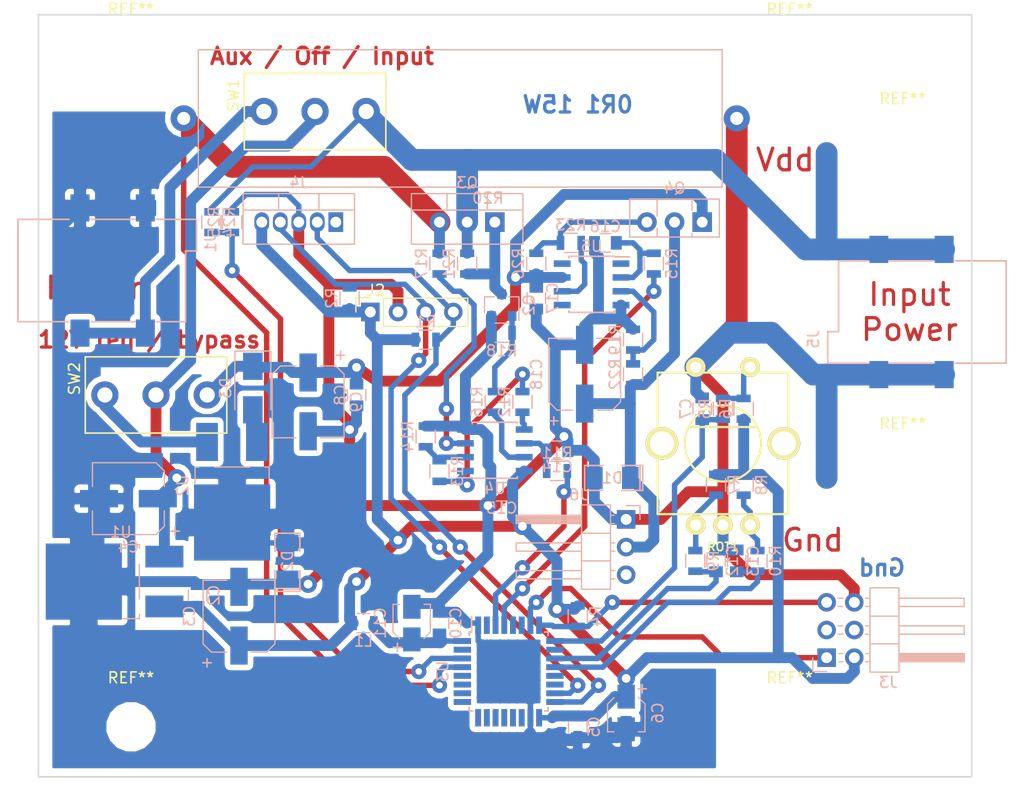
<source format=kicad_pcb>
(kicad_pcb (version 4) (host pcbnew 4.0.7)
  (layers (0 F.Cu signal) (31 B.Cu signal) (34 B.Paste user) (35 F.Paste user) (36 B.SilkS user) (37 F.SilkS user) (38 B.Mask user) (39 F.Mask user) (44 Edge.Cuts user))
  (net 0 "")
  (net 1 GND)
  (net 2 +3V3)
  (net 3 "Net-(C4-Pad1)")
  (net 4 ENC_Switch)
  (net 5 +12V)
  (net 6 "Net-(C10-Pad1)")
  (net 7 ENC_A)
  (net 8 ENC_B)
  (net 9 "Net-(C14-Pad1)")
  (net 10 "Net-(C16-Pad1)")
  (net 11 "Net-(C18-Pad1)")
  (net 12 "Net-(J1-Pad2)")
  (net 13 SCK)
  (net 14 SDA)
  (net 15 PDI_DATA)
  (net 16 "Net-(J3-Pad3)")
  (net 17 "Net-(J3-Pad4)")
  (net 18 PDI_CLK)
  (net 19 "Net-(J4-Pad1)")
  (net 20 PowerInput)
  (net 21 "Net-(J6-Pad3)")
  (net 22 "Net-(Q2-Pad1)")
  (net 23 "Net-(Q2-Pad3)")
  (net 24 "Net-(Q4-Pad3)")
  (net 25 "Net-(R5-Pad1)")
  (net 26 "Net-(R7-Pad1)")
  (net 27 "Net-(R10-Pad2)")
  (net 28 DRAIN_CONTROL)
  (net 29 "Net-(R12-Pad1)")
  (net 30 "Net-(R12-Pad2)")
  (net 31 "Net-(R13-Pad2)")
  (net 32 FAN_CONTROL)
  (net 33 "Net-(R16-Pad2)")
  (net 34 CURRENT_LEVEL)
  (net 35 "Net-(R17-Pad2)")
  (net 36 "Net-(R19-Pad2)")
  (net 37 "Net-(R23-Pad1)")
  (net 38 VOLTAGE_LEVEL)
  (net 39 "Net-(U3-Pad2)")
  (net 40 "Net-(U3-Pad5)")
  (net 41 "Net-(U3-Pad6)")
  (net 42 "Net-(U3-Pad10)")
  (net 43 "Net-(U3-Pad13)")
  (net 44 "Net-(U3-Pad14)")
  (net 45 "Net-(U3-Pad19)")
  (net 46 "Net-(U3-Pad20)")
  (net 47 "Net-(U3-Pad21)")
  (net 48 "Net-(U3-Pad22)")
  (net 49 "Net-(U3-Pad23)")
  (net 50 "Net-(U3-Pad24)")
  (net 51 "Net-(U3-Pad25)")
  (net 52 "Net-(U3-Pad26)")
  (net 53 "Net-(U3-Pad27)")
  (net 54 "Net-(U3-Pad28)")
  (net 55 "Net-(U3-Pad31)")
  (net 56 "Net-(U5-Pad1)")
  (net 57 "Net-(U5-Pad5)")
  (net 58 "Net-(U5-Pad8)")
  (net 59 "Net-(SW2-Pad3)")
  (net 60 "Net-(D2-Pad2)")
  (net 61 "Net-(D3-Pad2)")
  (module JPConnectors:PowerSocketSMD (layer B.Cu) (at 43.815 63.5 270)
    (fp_text reference J1 (at -2.5 -12 270) (layer B.SilkS) (effects (justify mirror)))
    (fp_text value AuxPower)
    (pad 2 smd rect (at 5.75 0 270) (size 2.5 1.75) (layers B.Cu B.Paste B.Mask) (net 12 "Net-(J1-Pad2)"))
    (pad 2 smd rect (at 5.75 -6 270) (size 2.5 1.75) (layers B.Cu B.Paste B.Mask) (net 12 "Net-(J1-Pad2)"))
    (pad 1 smd rect (at -5.75 0 270) (size 2.5 1.75) (layers B.Cu B.Paste B.Mask) (net 1 GND))
    (pad 1 smd rect (at -5.75 -6 270) (size 2.5 1.75) (layers B.Cu B.Paste B.Mask) (net 1 GND))
  )
  (module Capacitors_SMD:C_0805 (layer B.Cu) (at 54.61 93.345 90)
    (fp_text reference C2 (at 0 1.5 90) (layer B.SilkS) (effects (justify mirror)))
    (fp_text value 100n)
    (pad 1 smd rect (at -1 0 90) (size 1 1.25) (layers B.Cu B.Paste B.Mask) (net 2 +3V3))
    (pad 2 smd rect (at 1 0 90) (size 1 1.25) (layers B.Cu B.Paste B.Mask) (net 1 GND))
  )
  (module Capacitors_SMD:CP_Elec_6.3x5.8 (layer B.Cu) (at 58.42 95.25 90)
    (fp_text reference C3 (at 0 -4.56 90) (layer B.SilkS) (effects (justify mirror)))
    (fp_text value 47u)
    (fp_text user + (at -4.28 -3.01 90) (layer B.SilkS) (effects (justify mirror)))
    (pad 1 smd rect (at -2.7 0 270) (size 3.5 1.6) (layers B.Cu B.Paste B.Mask) (net 2 +3V3))
    (pad 2 smd rect (at 2.7 0 270) (size 3.5 1.6) (layers B.Cu B.Paste B.Mask) (net 1 GND))
  )
  (module Capacitors_SMD:CP_Elec_6.3x7.7 (layer B.Cu) (at 48.26 84.455 180)
    (fp_text reference C4 (at 0 -4.43 180) (layer B.SilkS) (effects (justify mirror)))
    (fp_text value 100u)
    (fp_text user + (at -4.28 -2.91 180) (layer B.SilkS) (effects (justify mirror)))
    (pad 1 smd rect (at -2.7 0) (size 3.5 1.6) (layers B.Cu B.Paste B.Mask) (net 3 "Net-(C4-Pad1)"))
    (pad 2 smd rect (at 2.7 0) (size 3.5 1.6) (layers B.Cu B.Paste B.Mask) (net 1 GND))
  )
  (module Capacitors_SMD:C_0805 (layer B.Cu) (at 89.535 105.41 90)
    (fp_text reference C5 (at 0 1.5 90) (layer B.SilkS) (effects (justify mirror)))
    (fp_text value 100n)
    (pad 1 smd rect (at -1 0 90) (size 1 1.25) (layers B.Cu B.Paste B.Mask) (net 1 GND))
    (pad 2 smd rect (at 1 0 90) (size 1 1.25) (layers B.Cu B.Paste B.Mask) (net 2 +3V3))
  )
  (module Capacitors_SMD:C_0805 (layer B.Cu) (at 100.965 76.2 270)
    (fp_text reference C7 (at 0 1.5 270) (layer B.SilkS) (effects (justify mirror)))
    (fp_text value 10n)
    (pad 1 smd rect (at -1 0 270) (size 1 1.25) (layers B.Cu B.Paste B.Mask) (net 1 GND))
    (pad 2 smd rect (at 1 0 270) (size 1 1.25) (layers B.Cu B.Paste B.Mask) (net 4 ENC_Switch))
  )
  (module Capacitors_SMD:C_0805 (layer B.Cu) (at 69.215 74.93 270)
    (fp_text reference C8 (at 0 1.5 270) (layer B.SilkS) (effects (justify mirror)))
    (fp_text value 100n)
    (pad 1 smd rect (at -1 0 270) (size 1 1.25) (layers B.Cu B.Paste B.Mask) (net 5 +12V))
    (pad 2 smd rect (at 1 0 270) (size 1 1.25) (layers B.Cu B.Paste B.Mask) (net 1 GND))
  )
  (module Capacitors_SMD:CP_Elec_6.3x7.7 (layer B.Cu) (at 64.77 75.565 270)
    (fp_text reference C9 (at 0 -4.43 270) (layer B.SilkS) (effects (justify mirror)))
    (fp_text value 100u)
    (fp_text user + (at -4.28 -2.91 270) (layer B.SilkS) (effects (justify mirror)))
    (pad 1 smd rect (at -2.7 0 90) (size 3.5 1.6) (layers B.Cu B.Paste B.Mask) (net 5 +12V))
    (pad 2 smd rect (at 2.7 0 90) (size 3.5 1.6) (layers B.Cu B.Paste B.Mask) (net 1 GND))
  )
  (module Capacitors_SMD:C_0805 (layer B.Cu) (at 76.835 95.885 90)
    (fp_text reference C10 (at 0 1.5 90) (layer B.SilkS) (effects (justify mirror)))
    (fp_text value 100n)
    (pad 1 smd rect (at -1 0 90) (size 1 1.25) (layers B.Cu B.Paste B.Mask) (net 6 "Net-(C10-Pad1)"))
    (pad 2 smd rect (at 1 0 90) (size 1 1.25) (layers B.Cu B.Paste B.Mask) (net 1 GND))
  )
  (module Capacitors_SMD:C_0805 (layer B.Cu) (at 102.235 90.17 90)
    (fp_text reference C12 (at 0 1.5 90) (layer B.SilkS) (effects (justify mirror)))
    (fp_text value 10n)
    (pad 1 smd rect (at -1 0 90) (size 1 1.25) (layers B.Cu B.Paste B.Mask) (net 7 ENC_A))
    (pad 2 smd rect (at 1 0 90) (size 1 1.25) (layers B.Cu B.Paste B.Mask) (net 1 GND))
  )
  (module Capacitors_SMD:C_0805 (layer B.Cu) (at 104.14 90.17 90)
    (fp_text reference C13 (at 0 1.5 90) (layer B.SilkS) (effects (justify mirror)))
    (fp_text value 10n)
    (pad 1 smd rect (at -1 0 90) (size 1 1.25) (layers B.Cu B.Paste B.Mask) (net 8 ENC_B))
    (pad 2 smd rect (at 1 0 90) (size 1 1.25) (layers B.Cu B.Paste B.Mask) (net 1 GND))
  )
  (module Capacitors_SMD:C_0805 (layer B.Cu) (at 87.63 80.01)
    (fp_text reference C14 (at 0 1.5) (layer B.SilkS) (effects (justify mirror)))
    (fp_text value 1u)
    (pad 1 smd rect (at -1 0) (size 1 1.25) (layers B.Cu B.Paste B.Mask) (net 9 "Net-(C14-Pad1)"))
    (pad 2 smd rect (at 1 0) (size 1 1.25) (layers B.Cu B.Paste B.Mask) (net 1 GND))
  )
  (module Capacitors_SMD:C_0805 (layer B.Cu) (at 82.55 83.82)
    (fp_text reference C15 (at 0 1.5) (layer B.SilkS) (effects (justify mirror)))
    (fp_text value 100n)
    (pad 1 smd rect (at -1 0) (size 1 1.25) (layers B.Cu B.Paste B.Mask) (net 1 GND))
    (pad 2 smd rect (at 1 0) (size 1 1.25) (layers B.Cu B.Paste B.Mask) (net 2 +3V3))
  )
  (module Capacitors_SMD:C_0805 (layer B.Cu) (at 92.075 60.96 180)
    (fp_text reference C16 (at 0 1.5 180) (layer B.SilkS) (effects (justify mirror)))
    (fp_text value 1u)
    (pad 1 smd rect (at -1 0 180) (size 1 1.25) (layers B.Cu B.Paste B.Mask) (net 10 "Net-(C16-Pad1)"))
    (pad 2 smd rect (at 1 0 180) (size 1 1.25) (layers B.Cu B.Paste B.Mask) (net 1 GND))
  )
  (module Capacitors_SMD:C_0805 (layer B.Cu) (at 85.725 66.04 90)
    (fp_text reference C17 (at 0 1.5 90) (layer B.SilkS) (effects (justify mirror)))
    (fp_text value 100n)
    (pad 1 smd rect (at -1 0 90) (size 1 1.25) (layers B.Cu B.Paste B.Mask) (net 1 GND))
    (pad 2 smd rect (at 1 0 90) (size 1 1.25) (layers B.Cu B.Paste B.Mask) (net 5 +12V))
  )
  (module Capacitors_SMD:CP_Elec_6.3x7.7 (layer B.Cu) (at 90.17 73.025 90)
    (fp_text reference C18 (at 0 -4.43 90) (layer B.SilkS) (effects (justify mirror)))
    (fp_text value 200u)
    (fp_text user + (at -4.28 -2.91 90) (layer B.SilkS) (effects (justify mirror)))
    (pad 1 smd rect (at -2.7 0 270) (size 3.5 1.6) (layers B.Cu B.Paste B.Mask) (net 11 "Net-(C18-Pad1)"))
    (pad 2 smd rect (at 2.7 0 270) (size 3.5 1.6) (layers B.Cu B.Paste B.Mask) (net 1 GND))
  )
  (module TO_SOT_Packages_THT:TO-220-5_Vertical (layer B.Cu) (at 67.31 59.055 180)
    (fp_text reference J4 (at 3.4 3.62 180) (layer B.SilkS) (effects (justify mirror)))
    (fp_text value TC74X-3.3)
    (pad 1 thru_hole rect (at 0 0 180) (size 1.35 1.8) (drill 1) (layers *.Cu *.Mask) (net 19 "Net-(J4-Pad1)"))
    (pad 2 thru_hole oval (at 1.7 0 180) (size 1.35 1.8) (drill 1) (layers *.Cu *.Mask) (net 14 SDA))
    (pad 3 thru_hole oval (at 3.4 0 180) (size 1.35 1.8) (drill 1) (layers *.Cu *.Mask) (net 1 GND))
    (pad 4 thru_hole oval (at 5.1 0 180) (size 1.35 1.8) (drill 1) (layers *.Cu *.Mask) (net 13 SCK))
    (pad 5 thru_hole oval (at 6.8 0 180) (size 1.35 1.8) (drill 1) (layers *.Cu *.Mask) (net 2 +3V3))
  )
  (module Pin_Headers:Pin_Header_Angled_1x03_Pitch2.54mm (layer B.Cu) (at 93.98 86.36 180)
    (fp_text reference J6 (at 4.385 2.27 180) (layer B.SilkS) (effects (justify mirror)))
    (fp_text value FAN)
    (pad 1 thru_hole rect (at 0 0 180) (size 1.7 1.7) (drill 1) (layers *.Cu *.Mask) (net 1 GND))
    (pad 2 thru_hole oval (at 0 -2.54 180) (size 1.7 1.7) (drill 1) (layers *.Cu *.Mask) (net 11 "Net-(C18-Pad1)"))
    (pad 3 thru_hole oval (at 0 -5.08 180) (size 1.7 1.7) (drill 1) (layers *.Cu *.Mask) (net 21 "Net-(J6-Pad3)"))
  )
  (module Resistors_SMD:R_0805 (layer B.Cu) (at 69.85 95.885)
    (fp_text reference L1 (at 0 1.65) (layer B.SilkS) (effects (justify mirror)))
    (fp_text value 10u)
    (pad 1 smd rect (at -0.95 0) (size 0.7 1.3) (layers B.Cu B.Paste B.Mask) (net 2 +3V3))
    (pad 2 smd rect (at 0.95 0) (size 0.7 1.3) (layers B.Cu B.Paste B.Mask) (net 6 "Net-(C10-Pad1)"))
  )
  (module TO_SOT_Packages_SMD:SOT-23 (layer B.Cu) (at 82.55 66.675 90)
    (fp_text reference Q2 (at 0 2.5 90) (layer B.SilkS) (effects (justify mirror)))
    (fp_text value BC817)
    (pad 1 smd rect (at -1 0.95 90) (size 0.9 0.8) (layers B.Cu B.Paste B.Mask) (net 22 "Net-(Q2-Pad1)"))
    (pad 2 smd rect (at -1 -0.95 90) (size 0.9 0.8) (layers B.Cu B.Paste B.Mask) (net 1 GND))
    (pad 3 smd rect (at 1 0 90) (size 0.9 0.8) (layers B.Cu B.Paste B.Mask) (net 23 "Net-(Q2-Pad3)"))
  )
  (module TO_SOT_Packages_THT:TO-126_Vertical (layer B.Cu) (at 100.965 59.055 180)
    (fp_text reference Q4 (at 2.54 3.12 180) (layer B.SilkS) (effects (justify mirror)))
    (fp_text value BD136)
    (pad 1 thru_hole rect (at 0 0 180) (size 1.8 1.8) (drill 1) (layers *.Cu *.Mask) (net 5 +12V))
    (pad 2 thru_hole oval (at 2.54 0 180) (size 1.8 1.8) (drill 1) (layers *.Cu *.Mask) (net 11 "Net-(C18-Pad1)"))
    (pad 3 thru_hole oval (at 5.08 0 180) (size 1.8 1.8) (drill 1) (layers *.Cu *.Mask) (net 24 "Net-(Q4-Pad3)"))
  )
  (module Resistors_SMD:R_0805 (layer B.Cu) (at 75.565 69.85 180)
    (fp_text reference R1 (at 0 1.65 180) (layer B.SilkS) (effects (justify mirror)))
    (fp_text value 2k2)
    (pad 1 smd rect (at -0.95 0 180) (size 0.7 1.3) (layers B.Cu B.Paste B.Mask) (net 14 SDA))
    (pad 2 smd rect (at 0.95 0 180) (size 0.7 1.3) (layers B.Cu B.Paste B.Mask) (net 2 +3V3))
  )
  (module Resistors_SMD:R_0805 (layer B.Cu) (at 68.58 66.04 270)
    (fp_text reference R2 (at 0 1.65 270) (layer B.SilkS) (effects (justify mirror)))
    (fp_text value 2k2)
    (pad 1 smd rect (at -0.95 0 270) (size 0.7 1.3) (layers B.Cu B.Paste B.Mask) (net 13 SCK))
    (pad 2 smd rect (at 0.95 0 270) (size 0.7 1.3) (layers B.Cu B.Paste B.Mask) (net 2 +3V3))
  )
  (module Resistors_SMD:R_0805 (layer B.Cu) (at 89.535 95.25 90)
    (fp_text reference R4 (at 0 1.65 90) (layer B.SilkS) (effects (justify mirror)))
    (fp_text value 10k)
    (pad 1 smd rect (at -0.95 0 90) (size 0.7 1.3) (layers B.Cu B.Paste B.Mask) (net 18 PDI_CLK))
    (pad 2 smd rect (at 0.95 0 90) (size 0.7 1.3) (layers B.Cu B.Paste B.Mask) (net 2 +3V3))
  )
  (module Resistors_SMD:R_0805 (layer B.Cu) (at 102.87 76.2 270)
    (fp_text reference R5 (at 0 1.65 270) (layer B.SilkS) (effects (justify mirror)))
    (fp_text value 10k)
    (pad 1 smd rect (at -0.95 0 270) (size 0.7 1.3) (layers B.Cu B.Paste B.Mask) (net 25 "Net-(R5-Pad1)"))
    (pad 2 smd rect (at 0.95 0 270) (size 0.7 1.3) (layers B.Cu B.Paste B.Mask) (net 4 ENC_Switch))
  )
  (module Resistors_SMD:R_0805 (layer B.Cu) (at 104.775 76.2 270)
    (fp_text reference R6 (at 0 1.65 270) (layer B.SilkS) (effects (justify mirror)))
    (fp_text value 10k)
    (pad 1 smd rect (at -0.95 0 270) (size 0.7 1.3) (layers B.Cu B.Paste B.Mask) (net 25 "Net-(R5-Pad1)"))
    (pad 2 smd rect (at 0.95 0 270) (size 0.7 1.3) (layers B.Cu B.Paste B.Mask) (net 2 +3V3))
  )
  (module Resistors_SMD:R_0805 (layer B.Cu) (at 102.235 83.185 90)
    (fp_text reference R7 (at 0 1.65 90) (layer B.SilkS) (effects (justify mirror)))
    (fp_text value 10k)
    (pad 1 smd rect (at -0.95 0 90) (size 0.7 1.3) (layers B.Cu B.Paste B.Mask) (net 26 "Net-(R7-Pad1)"))
    (pad 2 smd rect (at 0.95 0 90) (size 0.7 1.3) (layers B.Cu B.Paste B.Mask) (net 2 +3V3))
  )
  (module Resistors_SMD:R_0805 (layer B.Cu) (at 104.775 83.185 90)
    (fp_text reference R8 (at 0 1.65 90) (layer B.SilkS) (effects (justify mirror)))
    (fp_text value 10k)
    (pad 1 smd rect (at -0.95 0 90) (size 0.7 1.3) (layers B.Cu B.Paste B.Mask) (net 27 "Net-(R10-Pad2)"))
    (pad 2 smd rect (at 0.95 0 90) (size 0.7 1.3) (layers B.Cu B.Paste B.Mask) (net 2 +3V3))
  )
  (module Resistors_SMD:R_0805 (layer B.Cu) (at 100.33 90.17 90)
    (fp_text reference R9 (at 0 1.65 90) (layer B.SilkS) (effects (justify mirror)))
    (fp_text value 10k)
    (pad 1 smd rect (at -0.95 0 90) (size 0.7 1.3) (layers B.Cu B.Paste B.Mask) (net 7 ENC_A))
    (pad 2 smd rect (at 0.95 0 90) (size 0.7 1.3) (layers B.Cu B.Paste B.Mask) (net 26 "Net-(R7-Pad1)"))
  )
  (module Resistors_SMD:R_0805 (layer B.Cu) (at 106.045 90.17 90)
    (fp_text reference R10 (at 0 1.65 90) (layer B.SilkS) (effects (justify mirror)))
    (fp_text value 10k)
    (pad 1 smd rect (at -0.95 0 90) (size 0.7 1.3) (layers B.Cu B.Paste B.Mask) (net 8 ENC_B))
    (pad 2 smd rect (at 0.95 0 90) (size 0.7 1.3) (layers B.Cu B.Paste B.Mask) (net 27 "Net-(R10-Pad2)"))
  )
  (module Resistors_SMD:R_0805 (layer B.Cu) (at 87.63 81.915 180)
    (fp_text reference R11 (at 0 1.65 180) (layer B.SilkS) (effects (justify mirror)))
    (fp_text value 14k7)
    (pad 1 smd rect (at -0.95 0 180) (size 0.7 1.3) (layers B.Cu B.Paste B.Mask) (net 28 DRAIN_CONTROL))
    (pad 2 smd rect (at 0.95 0 180) (size 0.7 1.3) (layers B.Cu B.Paste B.Mask) (net 9 "Net-(C14-Pad1)"))
  )
  (module Resistors_SMD:R_0805 (layer B.Cu) (at 84.455 75.565 270)
    (fp_text reference R12 (at 0 1.65 270) (layer B.SilkS) (effects (justify mirror)))
    (fp_text value 10k)
    (pad 1 smd rect (at -0.95 0 270) (size 0.7 1.3) (layers B.Cu B.Paste B.Mask) (net 29 "Net-(R12-Pad1)"))
    (pad 2 smd rect (at 0.95 0 270) (size 0.7 1.3) (layers B.Cu B.Paste B.Mask) (net 30 "Net-(R12-Pad2)"))
  )
  (module Resistors_SMD:R_0805 (layer B.Cu) (at 76.835 81.915 90)
    (fp_text reference R13 (at 0 1.65 90) (layer B.SilkS) (effects (justify mirror)))
    (fp_text value 3k)
    (pad 1 smd rect (at -0.95 0 90) (size 0.7 1.3) (layers B.Cu B.Paste B.Mask) (net 29 "Net-(R12-Pad1)"))
    (pad 2 smd rect (at 0.95 0 90) (size 0.7 1.3) (layers B.Cu B.Paste B.Mask) (net 31 "Net-(R13-Pad2)"))
  )
  (module Resistors_SMD:R_0805 (layer B.Cu) (at 75.565 78.74 270)
    (fp_text reference R14 (at 0 1.65 270) (layer B.SilkS) (effects (justify mirror)))
    (fp_text value 1k)
    (pad 1 smd rect (at -0.95 0 270) (size 0.7 1.3) (layers B.Cu B.Paste B.Mask) (net 1 GND))
    (pad 2 smd rect (at 0.95 0 270) (size 0.7 1.3) (layers B.Cu B.Paste B.Mask) (net 31 "Net-(R13-Pad2)"))
  )
  (module Resistors_SMD:R_0805 (layer B.Cu) (at 96.52 62.865 90)
    (fp_text reference R15 (at 0 1.65 90) (layer B.SilkS) (effects (justify mirror)))
    (fp_text value 14k7)
    (pad 1 smd rect (at -0.95 0 90) (size 0.7 1.3) (layers B.Cu B.Paste B.Mask) (net 32 FAN_CONTROL))
    (pad 2 smd rect (at 0.95 0 90) (size 0.7 1.3) (layers B.Cu B.Paste B.Mask) (net 10 "Net-(C16-Pad1)"))
  )
  (module Resistors_SMD:R_0805 (layer B.Cu) (at 81.915 75.565 270)
    (fp_text reference R16 (at 0 1.65 270) (layer B.SilkS) (effects (justify mirror)))
    (fp_text value 2k2)
    (pad 1 smd rect (at -0.95 0 270) (size 0.7 1.3) (layers B.Cu B.Paste B.Mask) (net 22 "Net-(Q2-Pad1)"))
    (pad 2 smd rect (at 0.95 0 270) (size 0.7 1.3) (layers B.Cu B.Paste B.Mask) (net 33 "Net-(R16-Pad2)"))
  )
  (module Resistors_SMD:R_0805 (layer B.Cu) (at 76.835 62.865 270)
    (fp_text reference R17 (at 0 1.65 270) (layer B.SilkS) (effects (justify mirror)))
    (fp_text value 1k)
    (pad 1 smd rect (at -0.95 0 270) (size 0.7 1.3) (layers B.Cu B.Paste B.Mask) (net 34 CURRENT_LEVEL))
    (pad 2 smd rect (at 0.95 0 270) (size 0.7 1.3) (layers B.Cu B.Paste B.Mask) (net 35 "Net-(R17-Pad2)"))
  )
  (module Resistors_SMD:R_0805 (layer B.Cu) (at 82.55 69.215)
    (fp_text reference R18 (at 0 1.65) (layer B.SilkS) (effects (justify mirror)))
    (fp_text value 1k)
    (pad 1 smd rect (at -0.95 0) (size 0.7 1.3) (layers B.Cu B.Paste B.Mask) (net 1 GND))
    (pad 2 smd rect (at 0.95 0) (size 0.7 1.3) (layers B.Cu B.Paste B.Mask) (net 22 "Net-(Q2-Pad1)"))
  )
  (module Resistors_SMD:R_0805 (layer B.Cu) (at 94.615 69.85 270)
    (fp_text reference R19 (at 0 1.65 270) (layer B.SilkS) (effects (justify mirror)))
    (fp_text value 10k)
    (pad 1 smd rect (at -0.95 0 270) (size 0.7 1.3) (layers B.Cu B.Paste B.Mask) (net 1 GND))
    (pad 2 smd rect (at 0.95 0 270) (size 0.7 1.3) (layers B.Cu B.Paste B.Mask) (net 36 "Net-(R19-Pad2)"))
  )
  (module Resistors_SMD:R_0805 (layer B.Cu) (at 79.375 62.865 270)
    (fp_text reference R21 (at 0 1.65 270) (layer B.SilkS) (effects (justify mirror)))
    (fp_text value 510)
    (pad 1 smd rect (at -0.95 0 270) (size 0.7 1.3) (layers B.Cu B.Paste B.Mask) (net 20 PowerInput))
    (pad 2 smd rect (at 0.95 0 270) (size 0.7 1.3) (layers B.Cu B.Paste B.Mask) (net 23 "Net-(Q2-Pad3)"))
  )
  (module Resistors_SMD:R_0805 (layer B.Cu) (at 94.615 73.025 270)
    (fp_text reference R22 (at 0 1.65 270) (layer B.SilkS) (effects (justify mirror)))
    (fp_text value 120k)
    (pad 1 smd rect (at -0.95 0 270) (size 0.7 1.3) (layers B.Cu B.Paste B.Mask) (net 36 "Net-(R19-Pad2)"))
    (pad 2 smd rect (at 0.95 0 270) (size 0.7 1.3) (layers B.Cu B.Paste B.Mask) (net 11 "Net-(C18-Pad1)"))
  )
  (module Resistors_SMD:R_0805 (layer B.Cu) (at 88.9 60.96 180)
    (fp_text reference R23 (at 0 1.65 180) (layer B.SilkS) (effects (justify mirror)))
    (fp_text value 1k)
    (pad 1 smd rect (at -0.95 0 180) (size 0.7 1.3) (layers B.Cu B.Paste B.Mask) (net 37 "Net-(R23-Pad1)"))
    (pad 2 smd rect (at 0.95 0 180) (size 0.7 1.3) (layers B.Cu B.Paste B.Mask) (net 24 "Net-(Q4-Pad3)"))
  )
  (module Resistors_SMD:R_0805 (layer B.Cu) (at 55.88 59.055 90)
    (fp_text reference R24 (at 0 1.65 90) (layer B.SilkS) (effects (justify mirror)))
    (fp_text value 100k)
    (pad 1 smd rect (at -0.95 0 90) (size 0.7 1.3) (layers B.Cu B.Paste B.Mask) (net 38 VOLTAGE_LEVEL))
    (pad 2 smd rect (at 0.95 0 90) (size 0.7 1.3) (layers B.Cu B.Paste B.Mask) (net 20 PowerInput))
  )
  (module Resistors_SMD:R_0805 (layer B.Cu) (at 57.785 59.055 270)
    (fp_text reference R25 (at 0 1.65 270) (layer B.SilkS) (effects (justify mirror)))
    (fp_text value 3k3)
    (pad 1 smd rect (at -0.95 0 270) (size 0.7 1.3) (layers B.Cu B.Paste B.Mask) (net 1 GND))
    (pad 2 smd rect (at 0.95 0 270) (size 0.7 1.3) (layers B.Cu B.Paste B.Mask) (net 38 VOLTAGE_LEVEL))
  )
  (module Resistors_SMD:R_0805 (layer B.Cu) (at 85.725 62.865 270)
    (fp_text reference R26 (at 0 1.65 270) (layer B.SilkS) (effects (justify mirror)))
    (fp_text value 1k)
    (pad 1 smd rect (at -0.95 0 270) (size 0.7 1.3) (layers B.Cu B.Paste B.Mask) (net 24 "Net-(Q4-Pad3)"))
    (pad 2 smd rect (at 0.95 0 270) (size 0.7 1.3) (layers B.Cu B.Paste B.Mask) (net 5 +12V))
  )
  (module Housings_QFP:TQFP-32_7x7mm_Pitch0.8mm (layer B.Cu) (at 83.185 100.33 270)
    (fp_text reference U3 (at 0 6.05 270) (layer B.SilkS) (effects (justify mirror)))
    (fp_text value ATXMEGA32E5-AU)
    (pad 1 smd rect (at -4.25 2.8 270) (size 1.6 0.55) (layers B.Cu B.Paste B.Mask) (net 1 GND))
    (pad 2 smd rect (at -4.25 2 270) (size 1.6 0.55) (layers B.Cu B.Paste B.Mask) (net 39 "Net-(U3-Pad2)"))
    (pad 3 smd rect (at -4.25 1.2 270) (size 1.6 0.55) (layers B.Cu B.Paste B.Mask) (net 28 DRAIN_CONTROL))
    (pad 4 smd rect (at -4.25 0.4 270) (size 1.6 0.55) (layers B.Cu B.Paste B.Mask) (net 32 FAN_CONTROL))
    (pad 5 smd rect (at -4.25 -0.4 270) (size 1.6 0.55) (layers B.Cu B.Paste B.Mask) (net 40 "Net-(U3-Pad5)"))
    (pad 6 smd rect (at -4.25 -1.2 270) (size 1.6 0.55) (layers B.Cu B.Paste B.Mask) (net 41 "Net-(U3-Pad6)"))
    (pad 7 smd rect (at -4.25 -2 270) (size 1.6 0.55) (layers B.Cu B.Paste B.Mask) (net 15 PDI_DATA))
    (pad 8 smd rect (at -4.25 -2.8 270) (size 1.6 0.55) (layers B.Cu B.Paste B.Mask) (net 18 PDI_CLK))
    (pad 9 smd rect (at -2.8 -4.25 180) (size 1.6 0.55) (layers B.Cu B.Paste B.Mask) (net 4 ENC_Switch))
    (pad 10 smd rect (at -2 -4.25 180) (size 1.6 0.55) (layers B.Cu B.Paste B.Mask) (net 42 "Net-(U3-Pad10)"))
    (pad 11 smd rect (at -1.2 -4.25 180) (size 1.6 0.55) (layers B.Cu B.Paste B.Mask) (net 7 ENC_A))
    (pad 12 smd rect (at -0.4 -4.25 180) (size 1.6 0.55) (layers B.Cu B.Paste B.Mask) (net 8 ENC_B))
    (pad 13 smd rect (at 0.4 -4.25 180) (size 1.6 0.55) (layers B.Cu B.Paste B.Mask) (net 43 "Net-(U3-Pad13)"))
    (pad 14 smd rect (at 1.2 -4.25 180) (size 1.6 0.55) (layers B.Cu B.Paste B.Mask) (net 44 "Net-(U3-Pad14)"))
    (pad 15 smd rect (at 2 -4.25 180) (size 1.6 0.55) (layers B.Cu B.Paste B.Mask) (net 13 SCK))
    (pad 16 smd rect (at 2.8 -4.25 180) (size 1.6 0.55) (layers B.Cu B.Paste B.Mask) (net 14 SDA))
    (pad 17 smd rect (at 4.25 -2.8 270) (size 1.6 0.55) (layers B.Cu B.Paste B.Mask) (net 2 +3V3))
    (pad 18 smd rect (at 4.25 -2 270) (size 1.6 0.55) (layers B.Cu B.Paste B.Mask) (net 1 GND))
    (pad 19 smd rect (at 4.25 -1.2 270) (size 1.6 0.55) (layers B.Cu B.Paste B.Mask) (net 45 "Net-(U3-Pad19)"))
    (pad 20 smd rect (at 4.25 -0.4 270) (size 1.6 0.55) (layers B.Cu B.Paste B.Mask) (net 46 "Net-(U3-Pad20)"))
    (pad 21 smd rect (at 4.25 0.4 270) (size 1.6 0.55) (layers B.Cu B.Paste B.Mask) (net 47 "Net-(U3-Pad21)"))
    (pad 22 smd rect (at 4.25 1.2 270) (size 1.6 0.55) (layers B.Cu B.Paste B.Mask) (net 48 "Net-(U3-Pad22)"))
    (pad 23 smd rect (at 4.25 2 270) (size 1.6 0.55) (layers B.Cu B.Paste B.Mask) (net 49 "Net-(U3-Pad23)"))
    (pad 24 smd rect (at 4.25 2.8 270) (size 1.6 0.55) (layers B.Cu B.Paste B.Mask) (net 50 "Net-(U3-Pad24)"))
    (pad 25 smd rect (at 2.8 4.25 180) (size 1.6 0.55) (layers B.Cu B.Paste B.Mask) (net 51 "Net-(U3-Pad25)"))
    (pad 26 smd rect (at 2 4.25 180) (size 1.6 0.55) (layers B.Cu B.Paste B.Mask) (net 52 "Net-(U3-Pad26)"))
    (pad 27 smd rect (at 1.2 4.25 180) (size 1.6 0.55) (layers B.Cu B.Paste B.Mask) (net 53 "Net-(U3-Pad27)"))
    (pad 28 smd rect (at 0.4 4.25 180) (size 1.6 0.55) (layers B.Cu B.Paste B.Mask) (net 54 "Net-(U3-Pad28)"))
    (pad 29 smd rect (at -0.4 4.25 180) (size 1.6 0.55) (layers B.Cu B.Paste B.Mask) (net 34 CURRENT_LEVEL))
    (pad 30 smd rect (at -1.2 4.25 180) (size 1.6 0.55) (layers B.Cu B.Paste B.Mask) (net 38 VOLTAGE_LEVEL))
    (pad 31 smd rect (at -2 4.25 180) (size 1.6 0.55) (layers B.Cu B.Paste B.Mask) (net 55 "Net-(U3-Pad31)"))
    (pad 32 smd rect (at -2.8 4.25 180) (size 1.6 0.55) (layers B.Cu B.Paste B.Mask) (net 6 "Net-(C10-Pad1)"))
  )
  (module Housings_SOIC:SOIC-8_3.9x4.9mm_Pitch1.27mm (layer B.Cu) (at 81.915 80.01)
    (fp_text reference U4 (at 0 3.5) (layer B.SilkS) (effects (justify mirror)))
    (fp_text value LM358)
    (pad 1 smd rect (at -2.7 1.905) (size 1.55 0.6) (layers B.Cu B.Paste B.Mask) (net 29 "Net-(R12-Pad1)"))
    (pad 2 smd rect (at -2.7 0.635) (size 1.55 0.6) (layers B.Cu B.Paste B.Mask) (net 31 "Net-(R13-Pad2)"))
    (pad 3 smd rect (at -2.7 -0.635) (size 1.55 0.6) (layers B.Cu B.Paste B.Mask) (net 35 "Net-(R17-Pad2)"))
    (pad 4 smd rect (at -2.7 -1.905) (size 1.55 0.6) (layers B.Cu B.Paste B.Mask) (net 1 GND))
    (pad 5 smd rect (at 2.7 -1.905) (size 1.55 0.6) (layers B.Cu B.Paste B.Mask) (net 30 "Net-(R12-Pad2)"))
    (pad 6 smd rect (at 2.7 -0.635) (size 1.55 0.6) (layers B.Cu B.Paste B.Mask) (net 9 "Net-(C14-Pad1)"))
    (pad 7 smd rect (at 2.7 0.635) (size 1.55 0.6) (layers B.Cu B.Paste B.Mask) (net 33 "Net-(R16-Pad2)"))
    (pad 8 smd rect (at 2.7 1.905) (size 1.55 0.6) (layers B.Cu B.Paste B.Mask) (net 2 +3V3))
  )
  (module Housings_SOIC:SOIC-8_3.9x4.9mm_Pitch1.27mm (layer B.Cu) (at 90.805 64.77 180)
    (fp_text reference U5 (at 0 3.5 180) (layer B.SilkS) (effects (justify mirror)))
    (fp_text value TL081)
    (pad 1 smd rect (at -2.7 1.905 180) (size 1.55 0.6) (layers B.Cu B.Paste B.Mask) (net 56 "Net-(U5-Pad1)"))
    (pad 2 smd rect (at -2.7 0.635 180) (size 1.55 0.6) (layers B.Cu B.Paste B.Mask) (net 10 "Net-(C16-Pad1)"))
    (pad 3 smd rect (at -2.7 -0.635 180) (size 1.55 0.6) (layers B.Cu B.Paste B.Mask) (net 36 "Net-(R19-Pad2)"))
    (pad 4 smd rect (at -2.7 -1.905 180) (size 1.55 0.6) (layers B.Cu B.Paste B.Mask) (net 1 GND))
    (pad 5 smd rect (at 2.7 -1.905 180) (size 1.55 0.6) (layers B.Cu B.Paste B.Mask) (net 57 "Net-(U5-Pad5)"))
    (pad 6 smd rect (at 2.7 -0.635 180) (size 1.55 0.6) (layers B.Cu B.Paste B.Mask) (net 37 "Net-(R23-Pad1)"))
    (pad 7 smd rect (at 2.7 0.635 180) (size 1.55 0.6) (layers B.Cu B.Paste B.Mask) (net 5 +12V))
    (pad 8 smd rect (at 2.7 1.905 180) (size 1.55 0.6) (layers B.Cu B.Paste B.Mask) (net 58 "Net-(U5-Pad8)"))
  )
  (module TO_SOT_Packages_THT:TO-220-3_Vertical (layer B.Cu) (at 81.915 59.055 180)
    (fp_text reference Q3 (at 2.54 3.62 180) (layer B.SilkS) (effects (justify mirror)))
    (fp_text value BD911)
    (pad 1 thru_hole rect (at 0 0 180) (size 1.8 1.8) (drill 1) (layers *.Cu *.Mask) (net 23 "Net-(Q2-Pad3)"))
    (pad 2 thru_hole oval (at 2.54 0 180) (size 1.8 1.8) (drill 1) (layers *.Cu *.Mask) (net 20 PowerInput))
    (pad 3 thru_hole oval (at 5.08 0 180) (size 1.8 1.8) (drill 1) (layers *.Cu *.Mask) (net 34 CURRENT_LEVEL))
  )
  (module Pin_Headers:Pin_Header_Angled_2x03_Pitch2.54mm (layer B.Cu) (at 112.395 99.06)
    (fp_text reference J3 (at 5.655 2.27) (layer B.SilkS) (effects (justify mirror)))
    (fp_text value PDI)
    (pad 1 thru_hole rect (at 0 0) (size 1.7 1.7) (drill 1) (layers *.Cu *.Mask) (net 15 PDI_DATA))
    (pad 2 thru_hole oval (at 2.54 0) (size 1.7 1.7) (drill 1) (layers *.Cu *.Mask) (net 2 +3V3))
    (pad 3 thru_hole oval (at 0 -2.54) (size 1.7 1.7) (drill 1) (layers *.Cu *.Mask) (net 16 "Net-(J3-Pad3)"))
    (pad 4 thru_hole oval (at 2.54 -2.54) (size 1.7 1.7) (drill 1) (layers *.Cu *.Mask) (net 17 "Net-(J3-Pad4)"))
    (pad 5 thru_hole oval (at 0 -5.08) (size 1.7 1.7) (drill 1) (layers *.Cu *.Mask) (net 18 PDI_CLK))
    (pad 6 thru_hole oval (at 2.54 -5.08) (size 1.7 1.7) (drill 1) (layers *.Cu *.Mask) (net 1 GND))
  )
  (module sparkfun:SF-ROTARY-ENCODER (layer F.Cu) (at 102.87 79.375)
    (fp_text reference ROT1 (at 0 9.5) (layer F.SilkS) (effects (font (size 0.762 0.762) (thickness 0.1524))))
    (fp_text value ROTARY-ENCODER hide)
    (pad 1 thru_hole circle (at -2.5 -7) (size 1.8 1.8) (drill 1) (layers *.Cu *.Mask F.SilkS) (net 1 GND))
    (pad 2 thru_hole circle (at -2.5 7.5) (size 1.8 1.8) (drill 1) (layers *.Cu *.Mask F.SilkS) (net 26 "Net-(R7-Pad1)"))
    (pad 3 thru_hole circle (at 0 7.5) (size 1.8 1.8) (drill 1) (layers *.Cu *.Mask F.SilkS) (net 1 GND))
    (pad 4 thru_hole circle (at 2.5 7.5) (size 1.8 1.8) (drill 1) (layers *.Cu *.Mask F.SilkS) (net 27 "Net-(R10-Pad2)"))
    (pad 5 thru_hole circle (at 2.5 -7) (size 1.8 1.8) (drill 1) (layers *.Cu *.Mask F.SilkS) (net 25 "Net-(R5-Pad1)"))
    (pad "" thru_hole circle (at 5.6 0) (size 3 3) (drill 2.2) (layers *.Cu *.Mask F.SilkS))
    (pad "" thru_hole circle (at -5.6 0) (size 3 3) (drill 2.2) (layers *.Cu *.Mask F.SilkS))
  )
  (module JPConnectors:SlideSwitch3Poles (layer F.Cu) (at 65.405 48.895 270)
    (fp_text reference SW1 (at -1.5 7.5 270) (layer F.SilkS))
    (fp_text value SW_SPDT)
    (pad 1 thru_hole circle (at 0 -4.7 270) (size 2.5 2.5) (drill 1.4) (layers *.Cu *.Mask) (net 20 PowerInput))
    (pad 2 thru_hole circle (at 0 0 270) (size 2.5 2.5) (drill 1.4) (layers *.Cu *.Mask) (net 3 "Net-(C4-Pad1)"))
    (pad 3 thru_hole circle (at 0 4.7 270) (size 2.5 2.5) (drill 1.4) (layers *.Cu *.Mask) (net 12 "Net-(J1-Pad2)"))
  )
  (module JPConnectors:SlideSwitch3Poles (layer F.Cu) (at 50.8 74.93 270)
    (fp_text reference SW2 (at -1.5 7.5 270) (layer F.SilkS))
    (fp_text value SW_SPDT)
    (pad 1 thru_hole circle (at 0 -4.7 270) (size 2.5 2.5) (drill 1.4) (layers *.Cu *.Mask) (net 5 +12V))
    (pad 2 thru_hole circle (at 0 0 270) (size 2.5 2.5) (drill 1.4) (layers *.Cu *.Mask) (net 3 "Net-(C4-Pad1)"))
    (pad 3 thru_hole circle (at 0 4.7 270) (size 2.5 2.5) (drill 1.4) (layers *.Cu *.Mask) (net 59 "Net-(SW2-Pad3)"))
  )
  (module Mounting_Holes:MountingHole_3.5mm (layer F.Cu) (at 48.5 105.41)
    (fp_text reference REF** (at 0 -4.5) (layer F.SilkS))
    (fp_text value MountingHole_3.5mm)
    (pad 1 np_thru_hole circle (at 0 0) (size 3.5 3.5) (drill 3.5) (layers *.Cu *.Mask))
  )
  (module Mounting_Holes:MountingHole_3.5mm (layer F.Cu) (at 109 44)
    (fp_text reference REF** (at 0 -4.5) (layer F.SilkS))
    (fp_text value MountingHole_3.5mm)
    (pad 1 np_thru_hole circle (at 0 0) (size 3.5 3.5) (drill 3.5) (layers *.Cu *.Mask))
  )
  (module Mounting_Holes:MountingHole_3.5mm (layer F.Cu) (at 48.5 44)
    (fp_text reference REF** (at 0 -4.5) (layer F.SilkS))
    (fp_text value MountingHole_3.5mm)
    (pad 1 np_thru_hole circle (at 0 0) (size 3.5 3.5) (drill 3.5) (layers *.Cu *.Mask))
  )
  (module TO_SOT_Packages_SMD:TO-252-2_Rectifier (layer B.Cu) (at 46.99 92.075 180)
    (fp_text reference U1 (at -0.575 4.55 180) (layer B.SilkS) (effects (justify mirror)))
    (fp_text value UA78M33)
    (pad 1 smd rect (at -4.575 2.3 270) (size 2 3.5) (layers B.Cu B.Paste B.Mask) (net 3 "Net-(C4-Pad1)"))
    (pad 3 smd rect (at -4.575 -2.28 270) (size 2 3.5) (layers B.Cu B.Paste B.Mask) (net 2 +3V3))
    (pad 2 smd rect (at 2.825 0 270) (size 7 7) (layers B.Cu B.Paste B.Mask) (net 1 GND))
  )
  (module TO_SOT_Packages_SMD:TO-252-2_Rectifier (layer B.Cu) (at 57.785 83.82 270)
    (fp_text reference U2 (at -0.575 4.55 270) (layer B.SilkS) (effects (justify mirror)))
    (fp_text value L78M12)
    (pad 1 smd rect (at -4.575 2.3) (size 2 3.5) (layers B.Cu B.Paste B.Mask) (net 59 "Net-(SW2-Pad3)"))
    (pad 3 smd rect (at -4.575 -2.28) (size 2 3.5) (layers B.Cu B.Paste B.Mask) (net 61 "Net-(D3-Pad2)"))
    (pad 2 smd rect (at 2.825 0) (size 7 7) (layers B.Cu B.Paste B.Mask) (net 60 "Net-(D2-Pad2)"))
  )
  (module JPConnectors:PowerSocketSMD (layer B.Cu) (at 123.19 67.31 90)
    (fp_text reference J5 (at -2.5 -12 90) (layer B.SilkS) (effects (justify mirror)))
    (fp_text value PowerInput)
    (pad 2 smd rect (at 5.75 0 90) (size 2.5 1.75) (layers B.Cu B.Paste B.Mask) (net 20 PowerInput))
    (pad 2 smd rect (at 5.75 -6 90) (size 2.5 1.75) (layers B.Cu B.Paste B.Mask) (net 20 PowerInput))
    (pad 1 smd rect (at -5.75 0 90) (size 2.5 1.75) (layers B.Cu B.Paste B.Mask) (net 1 GND))
    (pad 1 smd rect (at -5.75 -6 90) (size 2.5 1.75) (layers B.Cu B.Paste B.Mask) (net 1 GND))
  )
  (module JPResistors:R_Axial_Power_L48.0mm_W12.5mm_P50.8mm (layer B.Cu) (at 53.34 49.53)
    (fp_text reference R20 (at 27.94 7.31) (layer B.SilkS) (effects (justify mirror)))
    (fp_text value 0R1)
    (pad 1 thru_hole circle (at 0 0) (size 2.4 2.4) (drill 1.2) (layers *.Cu *.Mask) (net 34 CURRENT_LEVEL))
    (pad 2 thru_hole oval (at 50.8 0) (size 2.4 2.4) (drill 1.2) (layers *.Cu *.Mask) (net 1 GND))
  )
  (module Mounting_Holes:MountingHole_3.5mm (layer F.Cu) (at 109 105.41)
    (fp_text reference REF** (at 0 -4.5) (layer F.SilkS))
    (fp_text value MountingHole_3.5mm)
    (pad 1 np_thru_hole circle (at 0 0) (size 3.5 3.5) (drill 3.5) (layers *.Cu *.Mask))
  )
  (module Diodes_SMD:D_SMA (layer B.Cu) (at 59.69 74.295 270)
    (fp_text reference D3 (at 0 2.5 270) (layer B.SilkS) (effects (justify mirror)))
    (fp_text value BYS10-45)
    (pad 1 smd rect (at -2 0 270) (size 2.5 1.8) (layers B.Cu B.Paste B.Mask) (net 5 +12V))
    (pad 2 smd rect (at 2 0 270) (size 2.5 1.8) (layers B.Cu B.Paste B.Mask) (net 61 "Net-(D3-Pad2)"))
  )
  (module Mounting_Holes:MountingHole_4mm (layer F.Cu) (at 119.38 52.705)
    (fp_text reference REF** (at 0 -5) (layer F.SilkS))
    (fp_text value MountingHole_4mm)
    (pad 1 np_thru_hole circle (at 0 0) (size 4 4) (drill 4) (layers *.Cu *.Mask))
  )
  (module Mounting_Holes:MountingHole_4mm (layer F.Cu) (at 119.38 82.55)
    (fp_text reference REF** (at 0 -5) (layer F.SilkS))
    (fp_text value MountingHole_4mm)
    (pad 1 np_thru_hole circle (at 0 0) (size 4 4) (drill 4) (layers *.Cu *.Mask))
  )
  (module JPDisplays:OLED_0.96inch_128x64_I2C (layer F.Cu) (at 70.485 67.31)
    (fp_text reference J2 (at 0.5 -2) (layer F.SilkS))
    (fp_text value "OLED I2C")
    (pad 1 thru_hole rect (at 0 0) (size 1.7 1.7) (drill 1) (layers *.Cu *.Mask) (net 2 +3V3))
    (pad 2 thru_hole oval (at 2.54 0) (size 1.7 1.7) (drill 1) (layers *.Cu *.Mask) (net 1 GND))
    (pad 3 thru_hole oval (at 5.08 0) (size 1.7 1.7) (drill 1) (layers *.Cu *.Mask) (net 13 SCK))
    (pad 4 thru_hole oval (at 7.62 0) (size 1.7 1.7) (drill 1) (layers *.Cu *.Mask) (net 14 SDA))
  )
  (module Capacitors_SMD:CP_Elec_3x5.3 (layer B.Cu) (at 93.98 104.14 270)
    (fp_text reference C6 (at 0 -2.9 270) (layer B.SilkS) (effects (justify mirror)))
    (fp_text value 10u)
    (fp_text user + (at -2.22 -1.4 270) (layer B.SilkS) (effects (justify mirror)))
    (pad 2 smd rect (at 1.5 0 270) (size 2.2 1.6) (layers B.Cu B.Paste B.Mask) (net 1 GND))
    (pad 1 smd rect (at -1.5 0 270) (size 2.2 1.6) (layers B.Cu B.Paste B.Mask) (net 2 +3V3))
  )
  (module Capacitors_SMD:CP_Elec_3x5.3 (layer B.Cu) (at 74.295 95.885 90)
    (fp_text reference C11 (at 0 -2.9 90) (layer B.SilkS) (effects (justify mirror)))
    (fp_text value 10u)
    (fp_text user + (at -2.22 -1.4 90) (layer B.SilkS) (effects (justify mirror)))
    (pad 2 smd rect (at 1.5 0 90) (size 2.2 1.6) (layers B.Cu B.Paste B.Mask) (net 1 GND))
    (pad 1 smd rect (at -1.5 0 90) (size 2.2 1.6) (layers B.Cu B.Paste B.Mask) (net 6 "Net-(C10-Pad1)"))
  )
  (module SMD_Packages:SMD-1206_Pol (layer B.Cu) (at 92.71 82.55 180)
    (fp_text reference D1 (at 0 0 180) (layer B.SilkS) (effects (justify mirror)))
    (fp_text value 1N4148)
    (pad 1 smd rect (at -1.651 0 180) (size 1.524 2.032) (layers B.Cu B.Paste B.Mask) (net 11 "Net-(C18-Pad1)"))
    (pad 2 smd rect (at 1.651 0 180) (size 1.524 2.032) (layers B.Cu B.Paste B.Mask) (net 1 GND))
  )
  (module SMD_Packages:SMD-1206_Pol (layer B.Cu) (at 62.865 90.17 90)
    (fp_text reference D2 (at 0 0 90) (layer B.SilkS) (effects (justify mirror)))
    (fp_text value 1N4148)
    (pad 1 smd rect (at -1.651 0 90) (size 1.524 2.032) (layers B.Cu B.Paste B.Mask) (net 1 GND))
    (pad 2 smd rect (at 1.651 0 90) (size 1.524 2.032) (layers B.Cu B.Paste B.Mask) (net 60 "Net-(D2-Pad2)"))
  )
  (gr_text "Aux / Off / Input" (at 66.04 43.815) (layer F.Cu) (effects (font (size 1.5 1.5) (thickness 0.3))))
  (gr_text Vdd (at 108.585 53.34) (layer F.Cu) (effects (font (size 2 2) (thickness 0.3))))
  (gr_text Gnd (at 111.125 88.265) (layer F.Cu) (effects (font (size 2 2) (thickness 0.3))))
  (gr_text "12V reg / bypass" (at 50.165 69.85) (layer F.Cu) (effects (font (size 1.5 1.5) (thickness 0.3))))
  (gr_text "0R1 15W" (at 89.535 48.26) (layer B.Cu) (effects (font (size 1.5 1.5) (thickness 0.3)) (justify mirror)))
  (gr_text Gnd (at 117.475 90.805) (layer B.Cu) (effects (font (size 1.5 1.5) (thickness 0.3)) (justify mirror)))
  (gr_text "Input\nPower" (at 120.015 67.31) (layer F.Cu) (effects (font (size 2 2) (thickness 0.3))))
  (gr_text "Aux\nPower" (at 45.085 63.5) (layer F.Cu) (effects (font (size 2 2) (thickness 0.3))))
  (gr_text "ActiveLoad v1\n2018.04.05, JP" (at 53.975 105.41) (layer F.Cu) (effects (font (size 1.5 1.5) (thickness 0.3)) (justify left)))
  (gr_line (start 40 110) (end 40 40) (angle 90) (layer Edge.Cuts) (width 0.15))
  (gr_line (start 125.715 110) (end 40 110) (angle 90) (layer Edge.Cuts) (width 0.15))
  (gr_line (start 125.715 40) (end 125.715 110) (angle 90) (layer Edge.Cuts) (width 0.15))
  (gr_line (start 40 40) (end 125.715 40) (angle 90) (layer Edge.Cuts) (width 0.15))
  (segment (start 89.535 106.41) (end 93.21 106.41) (width 1) (layer B.Cu) (net 1))
  (segment (start 93.21 106.41) (end 93.98 105.64) (width 1) (layer B.Cu) (net 1))
  (segment (start 93.98 86.36) (end 92.71 86.36) (width 1) (layer B.Cu) (net 1))
  (segment (start 91.059 84.709) (end 91.059 82.55) (width 1) (layer B.Cu) (net 1))
  (segment (start 92.71 86.36) (end 91.059 84.709) (width 1) (layer B.Cu) (net 1))
  (segment (start 88.63 80.01) (end 90.17 80.01) (width 1) (layer B.Cu) (net 1))
  (segment (start 90.17 80.01) (end 91.059 80.899) (width 1) (layer B.Cu) (net 1))
  (segment (start 91.059 80.899) (end 91.059 82.55) (width 1) (layer B.Cu) (net 1))
  (segment (start 112.395 73.06) (end 112.395 82.55) (width 2) (layer B.Cu) (net 1))
  (segment (start 102.87 86.875) (end 102.87 88.9) (width 1) (layer F.Cu) (net 1))
  (segment (start 114.935 92.71) (end 114.935 93.98) (width 1) (layer F.Cu) (net 1))
  (segment (start 113.665 91.44) (end 114.935 92.71) (width 1) (layer F.Cu) (net 1))
  (segment (start 105.41 91.44) (end 113.665 91.44) (width 1) (layer F.Cu) (net 1))
  (segment (start 102.87 88.9) (end 105.41 91.44) (width 1) (layer F.Cu) (net 1))
  (segment (start 107.315 69.215) (end 111.16 73.06) (width 2) (layer B.Cu) (net 1))
  (segment (start 111.16 73.06) (end 112.395 73.06) (width 2) (layer B.Cu) (net 1))
  (segment (start 112.395 73.06) (end 117.19 73.06) (width 2) (layer B.Cu) (net 1))
  (segment (start 100.37 72.375) (end 100.37 72.35) (width 2) (layer B.Cu) (net 1))
  (segment (start 100.37 72.35) (end 103.505 69.215) (width 2) (layer B.Cu) (net 1))
  (segment (start 103.505 69.215) (end 107.315 69.215) (width 2) (layer B.Cu) (net 1))
  (segment (start 102.87 86.875) (end 102.87 87.63) (width 1) (layer F.Cu) (net 1))
  (segment (start 57.785 58.105) (end 57.785 57.785) (width 0.5) (layer B.Cu) (net 1))
  (segment (start 57.785 57.785) (end 59.055 56.515) (width 0.5) (layer B.Cu) (net 1))
  (segment (start 59.055 56.515) (end 62.865 56.515) (width 0.5) (layer B.Cu) (net 1))
  (segment (start 62.865 56.515) (end 63.91 57.56) (width 0.5) (layer B.Cu) (net 1))
  (segment (start 63.91 57.56) (end 63.91 59.055) (width 0.5) (layer B.Cu) (net 1))
  (segment (start 63.91 59.055) (end 63.91 62.005) (width 1) (layer F.Cu) (net 1))
  (segment (start 63.91 62.005) (end 66.675 64.77) (width 1) (layer F.Cu) (net 1))
  (segment (start 81.28 85.09) (end 81.915 85.09) (width 1) (layer F.Cu) (net 1))
  (via (at 88.265 78.74) (size 1.6) (drill 0.8) (layers F.Cu B.Cu) (net 1))
  (segment (start 81.915 85.09) (end 88.265 78.74) (width 1) (layer F.Cu) (net 1))
  (segment (start 74.295 94.085) (end 76.835 94.085) (width 1) (layer B.Cu) (net 1))
  (segment (start 81.28 85.09) (end 81.28 89.535) (width 1) (layer B.Cu) (net 1))
  (segment (start 76.835 93.98) (end 76.835 94.085) (width 1) (layer B.Cu) (net 1))
  (segment (start 76.835 94.085) (end 76.835 94.885) (width 1) (layer B.Cu) (net 1))
  (segment (start 81.28 89.535) (end 76.835 93.98) (width 1) (layer B.Cu) (net 1))
  (segment (start 81.28 85.09) (end 81.55 84.185) (width 1) (layer B.Cu) (net 1))
  (segment (start 81.55 84.185) (end 81.55 83.82) (width 1) (layer B.Cu) (net 1))
  (segment (start 68.58 85.09) (end 81.28 85.09) (width 1) (layer F.Cu) (net 1))
  (segment (start 68.58 78.105) (end 68.58 85.09) (width 1) (layer F.Cu) (net 1))
  (segment (start 68.58 85.09) (end 68.58 88.495) (width 1) (layer F.Cu) (net 1))
  (via (at 64.77 92.305) (size 1.6) (drill 0.8) (layers F.Cu B.Cu) (net 1))
  (segment (start 68.58 88.495) (end 64.77 92.305) (width 1) (layer F.Cu) (net 1))
  (segment (start 62.865 92.305) (end 64.77 92.305) (width 1) (layer B.Cu) (net 1))
  (segment (start 68.58 78.105) (end 69.215 77.47) (width 1) (layer B.Cu) (net 1))
  (segment (start 69.215 77.47) (end 69.215 75.93) (width 1) (layer B.Cu) (net 1))
  (segment (start 64.77 78.265) (end 68.42 78.265) (width 1) (layer B.Cu) (net 1))
  (via (at 68.58 78.105) (size 1.6) (drill 0.8) (layers F.Cu B.Cu) (net 1))
  (segment (start 68.42 78.265) (end 68.58 78.105) (width 1) (layer B.Cu) (net 1))
  (segment (start 58.42 92.55) (end 58.665 92.305) (width 1) (layer B.Cu) (net 1))
  (segment (start 58.665 92.305) (end 62.865 92.305) (width 1) (layer B.Cu) (net 1))
  (segment (start 54.61 92.345) (end 58.215 92.345) (width 1) (layer B.Cu) (net 1))
  (segment (start 58.215 92.345) (end 58.42 92.55) (width 1) (layer B.Cu) (net 1))
  (segment (start 44.165 92.075) (end 54.34 92.075) (width 1) (layer B.Cu) (net 1))
  (segment (start 54.34 92.075) (end 54.61 92.345) (width 1) (layer B.Cu) (net 1))
  (segment (start 43.815 57.75) (end 49.815 57.75) (width 1) (layer B.Cu) (net 1))
  (segment (start 45.56 84.455) (end 45.56 81.12) (width 1) (layer B.Cu) (net 1))
  (segment (start 41.91 59.655) (end 43.815 57.75) (width 1) (layer B.Cu) (net 1))
  (segment (start 41.91 77.47) (end 41.91 59.655) (width 1) (layer B.Cu) (net 1))
  (segment (start 45.56 81.12) (end 41.91 77.47) (width 1) (layer B.Cu) (net 1))
  (segment (start 104.14 49.53) (end 104.14 68.58) (width 2) (layer F.Cu) (net 1))
  (segment (start 100.33 72.39) (end 104.14 68.58) (width 2) (layer F.Cu) (net 1))
  (segment (start 100.37 72.35) (end 100.37 72.375) (width 2) (layer B.Cu) (net 1))
  (segment (start 123.19 73.06) (end 117.19 73.06) (width 2) (layer B.Cu) (net 1))
  (segment (start 43.18 90.365) (end 44.89 92.075) (width 1) (layer B.Cu) (net 1))
  (segment (start 43.18 93.785) (end 44.89 92.075) (width 1) (layer B.Cu) (net 1))
  (segment (start 46.99 94.175) (end 44.89 92.075) (width 1) (layer B.Cu) (net 1))
  (segment (start 45.56 84.455) (end 45.56 91.405) (width 1) (layer B.Cu) (net 1))
  (segment (start 45.56 91.405) (end 44.89 92.075) (width 1) (layer B.Cu) (net 1))
  (segment (start 64.77 78.265) (end 64.77 78.74) (width 1) (layer B.Cu) (net 1))
  (segment (start 66.675 64.77) (end 66.675 75.565) (width 1) (layer F.Cu) (net 1))
  (segment (start 66.675 75.565) (end 68.58 77.47) (width 1) (layer F.Cu) (net 1))
  (segment (start 68.58 77.47) (end 68.58 78.105) (width 1) (layer F.Cu) (net 1))
  (segment (start 85.185 104.58) (end 85.185 105.95) (width 0.5) (layer B.Cu) (net 1))
  (segment (start 85.09 106.045) (end 85.09 106.68) (width 1) (layer B.Cu) (net 1))
  (segment (start 85.185 105.95) (end 85.09 106.045) (width 1) (layer B.Cu) (net 1))
  (segment (start 81.6 69.215) (end 81.6 70.8) (width 1) (layer B.Cu) (net 1))
  (segment (start 79.215 73.185) (end 79.215 78.105) (width 1) (layer B.Cu) (net 1))
  (segment (start 81.6 70.8) (end 79.215 73.185) (width 1) (layer B.Cu) (net 1))
  (via (at 81.28 85.09) (size 1.6) (drill 0.8) (layers F.Cu B.Cu) (net 1))
  (segment (start 100.37 72.375) (end 100.385 72.39) (width 1) (layer F.Cu) (net 1))
  (segment (start 100.385 72.39) (end 102.87 74.93) (width 1) (layer F.Cu) (net 1))
  (segment (start 99.695 83.82) (end 102.87 83.82) (width 1) (layer F.Cu) (net 1))
  (segment (start 102.87 74.93) (end 102.87 83.82) (width 1) (layer F.Cu) (net 1))
  (segment (start 102.87 83.82) (end 102.87 86.875) (width 1) (layer F.Cu) (net 1))
  (segment (start 76.835 94.885) (end 78.375 94.885) (width 1) (layer B.Cu) (net 1))
  (segment (start 78.375 94.885) (end 79.375 95.885) (width 1) (layer B.Cu) (net 1))
  (segment (start 79.375 95.885) (end 80.19 95.885) (width 0.5) (layer B.Cu) (net 1))
  (segment (start 80.19 95.885) (end 80.385 96.08) (width 0.5) (layer B.Cu) (net 1))
  (segment (start 85.09 106.68) (end 89.265 106.68) (width 1) (layer B.Cu) (net 1))
  (segment (start 89.265 106.68) (end 89.535 106.41) (width 1) (layer B.Cu) (net 1))
  (segment (start 80.385 96.08) (end 80.385 97.53) (width 0.5) (layer B.Cu) (net 1))
  (segment (start 85.185 102.33) (end 85.185 104.58) (width 0.5) (layer B.Cu) (net 1))
  (segment (start 80.385 97.53) (end 85.185 102.33) (width 0.5) (layer B.Cu) (net 1))
  (segment (start 73.025 65.405) (end 73.025 67.31) (width 1) (layer F.Cu) (net 1))
  (segment (start 72.39 64.77) (end 73.025 65.405) (width 1) (layer F.Cu) (net 1))
  (segment (start 66.675 64.77) (end 72.39 64.77) (width 1) (layer F.Cu) (net 1))
  (segment (start 93.98 86.36) (end 97.155 86.36) (width 1) (layer F.Cu) (net 1))
  (segment (start 97.155 86.36) (end 99.695 83.82) (width 1) (layer F.Cu) (net 1))
  (segment (start 102.235 89.17) (end 102.87 89.17) (width 1) (layer B.Cu) (net 1))
  (segment (start 102.87 89.17) (end 104.14 89.17) (width 1) (layer B.Cu) (net 1))
  (segment (start 100.37 72.375) (end 100.37 74.605) (width 1) (layer B.Cu) (net 1))
  (segment (start 100.37 74.605) (end 100.965 75.2) (width 1) (layer B.Cu) (net 1))
  (segment (start 87.47 70.325) (end 87.47 77.945) (width 1) (layer B.Cu) (net 1))
  (segment (start 87.63 78.105) (end 88.265 78.74) (width 1) (layer B.Cu) (net 1))
  (segment (start 87.47 77.945) (end 87.63 78.105) (width 1) (layer B.Cu) (net 1))
  (segment (start 88.265 78.74) (end 88.63 79.105) (width 1) (layer B.Cu) (net 1))
  (segment (start 88.63 79.105) (end 88.63 80.01) (width 1) (layer B.Cu) (net 1))
  (segment (start 85.725 67.04) (end 85.725 68.58) (width 1) (layer B.Cu) (net 1))
  (segment (start 87.47 70.325) (end 90.17 70.325) (width 1) (layer B.Cu) (net 1))
  (segment (start 85.725 68.58) (end 87.47 70.325) (width 1) (layer B.Cu) (net 1))
  (segment (start 91.44 67.945) (end 91.44 62.23) (width 1) (layer B.Cu) (net 1))
  (segment (start 91.075 61.865) (end 91.075 60.96) (width 1) (layer B.Cu) (net 1))
  (segment (start 91.44 62.23) (end 91.075 61.865) (width 1) (layer B.Cu) (net 1))
  (segment (start 93.505 66.675) (end 93.505 67.79) (width 1) (layer B.Cu) (net 1))
  (segment (start 93.505 67.79) (end 93.66 67.945) (width 1) (layer B.Cu) (net 1))
  (segment (start 94.615 68.9) (end 93.66 67.945) (width 1) (layer B.Cu) (net 1))
  (segment (start 93.66 67.945) (end 91.44 67.945) (width 1) (layer B.Cu) (net 1))
  (segment (start 91.44 67.945) (end 90.805 67.945) (width 1) (layer B.Cu) (net 1))
  (segment (start 90.17 70.325) (end 90.17 68.58) (width 1) (layer B.Cu) (net 1))
  (segment (start 90.17 68.58) (end 90.805 67.945) (width 1) (layer B.Cu) (net 1))
  (segment (start 75.565 77.79) (end 78.9 77.79) (width 1) (layer B.Cu) (net 1))
  (segment (start 78.9 77.79) (end 79.215 78.105) (width 1) (layer B.Cu) (net 1))
  (segment (start 81.6 67.675) (end 81.6 69.215) (width 1) (layer B.Cu) (net 1))
  (segment (start 79.215 78.105) (end 80.645 78.105) (width 1) (layer B.Cu) (net 1))
  (segment (start 81.55 81.55) (end 81.28 81.28) (width 1) (layer B.Cu) (net 1))
  (segment (start 81.28 81.28) (end 81.28 78.74) (width 1) (layer B.Cu) (net 1))
  (segment (start 81.28 78.74) (end 80.645 78.105) (width 1) (layer B.Cu) (net 1))
  (segment (start 81.55 81.55) (end 81.55 83.82) (width 1) (layer B.Cu) (net 1))
  (segment (start 64.735 78.3) (end 64.77 78.265) (width 1) (layer B.Cu) (net 1))
  (segment (start 43.655 90.84) (end 44.89 92.075) (width 1) (layer B.Cu) (net 1))
  (segment (start 102.87 86.875) (end 102.87 89.17) (width 1) (layer B.Cu) (net 1))
  (segment (start 68.58 66.99) (end 68.9 67.31) (width 1) (layer B.Cu) (net 2))
  (segment (start 68.9 67.31) (end 70.485 67.31) (width 1) (layer B.Cu) (net 2))
  (segment (start 93.98 100.965) (end 95.885 99.06) (width 1) (layer B.Cu) (net 2))
  (segment (start 95.885 99.06) (end 107.95 99.06) (width 1) (layer B.Cu) (net 2))
  (segment (start 89.535 104.41) (end 91.17 104.41) (width 1) (layer B.Cu) (net 2))
  (segment (start 92.94 102.64) (end 93.98 102.64) (width 1) (layer B.Cu) (net 2))
  (segment (start 91.17 104.41) (end 92.94 102.64) (width 1) (layer B.Cu) (net 2))
  (segment (start 107.95 99.06) (end 107.95 83.82) (width 1) (layer B.Cu) (net 2))
  (segment (start 107.95 83.82) (end 106.365 82.235) (width 1) (layer B.Cu) (net 2))
  (segment (start 106.365 82.235) (end 104.775 82.235) (width 1) (layer B.Cu) (net 2))
  (segment (start 109.22 99.06) (end 111.125 100.965) (width 1) (layer B.Cu) (net 2))
  (segment (start 114.935 100.33) (end 114.3 100.965) (width 1) (layer B.Cu) (net 2))
  (segment (start 114.3 100.965) (end 111.125 100.965) (width 1) (layer B.Cu) (net 2))
  (segment (start 114.935 99.06) (end 114.935 100.33) (width 1) (layer B.Cu) (net 2))
  (segment (start 107.95 99.06) (end 108.585 99.06) (width 1) (layer B.Cu) (net 2))
  (segment (start 108.585 99.06) (end 109.22 99.06) (width 1) (layer B.Cu) (net 2))
  (segment (start 94.085 102.235) (end 93.98 102.34) (width 1) (layer B.Cu) (net 2))
  (via (at 84.455 86.995) (size 1.6) (drill 0.8) (layers F.Cu B.Cu) (net 2))
  (segment (start 74.295 86.995) (end 84.455 86.995) (width 1) (layer F.Cu) (net 2))
  (segment (start 73.025 88.265) (end 74.295 86.995) (width 1) (layer F.Cu) (net 2))
  (segment (start 58.42 97.95) (end 66.835 97.95) (width 1) (layer B.Cu) (net 2))
  (segment (start 66.835 97.95) (end 68.9 95.885) (width 1) (layer B.Cu) (net 2))
  (segment (start 54.61 94.345) (end 58.215 97.95) (width 1) (layer B.Cu) (net 2))
  (segment (start 58.215 97.95) (end 58.42 97.95) (width 1) (layer B.Cu) (net 2))
  (segment (start 51.565 94.355) (end 54.6 94.355) (width 1) (layer B.Cu) (net 2))
  (segment (start 54.6 94.355) (end 54.61 94.345) (width 1) (layer B.Cu) (net 2))
  (segment (start 87.63 94.615) (end 87.63 90.17) (width 1) (layer B.Cu) (net 2))
  (segment (start 89.535 94.3) (end 89.22 94.615) (width 1) (layer B.Cu) (net 2))
  (segment (start 89.22 94.615) (end 87.63 94.615) (width 1) (layer B.Cu) (net 2))
  (via (at 87.63 94.615) (size 1.6) (drill 0.8) (layers F.Cu B.Cu) (net 2))
  (segment (start 87.63 94.615) (end 92.075 99.06) (width 1) (layer F.Cu) (net 2))
  (segment (start 92.075 99.06) (end 93.98 100.965) (width 1) (layer F.Cu) (net 2))
  (via (at 93.98 100.965) (size 1.6) (drill 0.8) (layers F.Cu B.Cu) (net 2))
  (segment (start 93.98 100.965) (end 93.98 102.34) (width 1) (layer B.Cu) (net 2))
  (segment (start 71.12 69.85) (end 71.12 86.36) (width 1) (layer B.Cu) (net 2))
  (via (at 73.025 88.265) (size 1.6) (drill 0.8) (layers F.Cu B.Cu) (net 2))
  (segment (start 71.12 86.36) (end 73.025 88.265) (width 1) (layer B.Cu) (net 2))
  (segment (start 58.42 97.95) (end 58.58 97.79) (width 1) (layer B.Cu) (net 2))
  (segment (start 68.58 95.25) (end 68.9 95.885) (width 1) (layer B.Cu) (net 2))
  (segment (start 68.9 95.885) (end 68.58 95.565) (width 1) (layer B.Cu) (net 2))
  (segment (start 68.58 95.565) (end 68.58 92.71) (width 1) (layer B.Cu) (net 2))
  (segment (start 69.215 92.075) (end 73.025 88.265) (width 1) (layer F.Cu) (net 2))
  (via (at 69.215 92.075) (size 1.6) (drill 0.8) (layers F.Cu B.Cu) (net 2))
  (segment (start 68.58 92.71) (end 69.215 92.075) (width 1) (layer B.Cu) (net 2))
  (segment (start 85.985 104.58) (end 87.19 104.58) (width 0.5) (layer B.Cu) (net 2))
  (segment (start 87.36 104.41) (end 89.535 104.41) (width 1) (layer B.Cu) (net 2))
  (segment (start 87.19 104.58) (end 87.36 104.41) (width 1) (layer B.Cu) (net 2))
  (segment (start 83.55 83.82) (end 83.55 86.09) (width 1) (layer B.Cu) (net 2))
  (segment (start 83.55 86.09) (end 84.455 86.995) (width 1) (layer B.Cu) (net 2))
  (segment (start 84.455 86.995) (end 87.63 90.17) (width 1) (layer B.Cu) (net 2))
  (segment (start 60.51 59.055) (end 60.51 61.145) (width 1) (layer B.Cu) (net 2))
  (segment (start 66.675 67.31) (end 70.485 67.31) (width 1) (layer B.Cu) (net 2))
  (segment (start 60.51 61.145) (end 66.675 67.31) (width 1) (layer B.Cu) (net 2))
  (segment (start 70.485 67.31) (end 70.485 69.215) (width 1) (layer B.Cu) (net 2))
  (segment (start 71.12 69.85) (end 74.615 69.85) (width 1) (layer B.Cu) (net 2))
  (segment (start 70.485 69.215) (end 71.12 69.85) (width 1) (layer B.Cu) (net 2))
  (segment (start 102.235 82.235) (end 104.775 82.235) (width 1) (layer B.Cu) (net 2))
  (segment (start 104.775 77.15) (end 104.775 82.235) (width 1) (layer B.Cu) (net 2))
  (segment (start 83.55 83.82) (end 83.55 82.98) (width 1) (layer B.Cu) (net 2))
  (segment (start 83.55 82.98) (end 84.615 81.915) (width 1) (layer B.Cu) (net 2))
  (segment (start 50.8 74.93) (end 50.8 80.645) (width 1) (layer F.Cu) (net 3))
  (segment (start 52.705 82.71) (end 50.96 84.455) (width 1) (layer B.Cu) (net 3))
  (segment (start 52.705 82.55) (end 52.705 82.71) (width 1) (layer B.Cu) (net 3))
  (via (at 52.705 82.55) (size 1.6) (drill 0.8) (layers F.Cu B.Cu) (net 3))
  (segment (start 50.8 80.645) (end 52.705 82.55) (width 1) (layer F.Cu) (net 3))
  (segment (start 50.8 84.295) (end 50.96 84.455) (width 1) (layer B.Cu) (net 3))
  (segment (start 50.8 74.93) (end 53.975 71.755) (width 1) (layer B.Cu) (net 3))
  (segment (start 53.975 71.755) (end 53.975 57.15) (width 1) (layer B.Cu) (net 3))
  (segment (start 51.565 89.775) (end 51.565 85.06) (width 1) (layer B.Cu) (net 3))
  (segment (start 51.565 85.06) (end 50.96 84.455) (width 1) (layer B.Cu) (net 3))
  (segment (start 59.055 52.07) (end 62.865 52.07) (width 1) (layer B.Cu) (net 3))
  (segment (start 53.975 57.15) (end 59.055 52.07) (width 1) (layer B.Cu) (net 3))
  (segment (start 65.405 49.53) (end 65.405 48.895) (width 1) (layer B.Cu) (net 3))
  (segment (start 62.865 52.07) (end 65.405 49.53) (width 1) (layer B.Cu) (net 3))
  (segment (start 91.7 97.53) (end 98.425 90.805) (width 0.5) (layer B.Cu) (net 4))
  (segment (start 87.435 97.53) (end 91.7 97.53) (width 0.5) (layer B.Cu) (net 4))
  (segment (start 98.425 90.805) (end 98.425 83.185) (width 0.5) (layer B.Cu) (net 4))
  (segment (start 100.965 80.645) (end 100.965 77.2) (width 0.5) (layer B.Cu) (net 4))
  (segment (start 98.425 83.185) (end 100.965 80.645) (width 0.5) (layer B.Cu) (net 4))
  (segment (start 100.965 77.2) (end 102.82 77.2) (width 0.5) (layer B.Cu) (net 4))
  (segment (start 102.82 77.2) (end 102.87 77.15) (width 0.5) (layer B.Cu) (net 4))
  (segment (start 69.215 73.93) (end 69.215 72.39) (width 1) (layer B.Cu) (net 5))
  (segment (start 64.77 72.865) (end 68.74 72.865) (width 1) (layer B.Cu) (net 5))
  (segment (start 68.74 72.865) (end 69.215 72.39) (width 1) (layer B.Cu) (net 5))
  (segment (start 59.69 72.295) (end 59.785 72.39) (width 1) (layer B.Cu) (net 5))
  (segment (start 59.785 72.39) (end 62.865 72.39) (width 1) (layer B.Cu) (net 5))
  (segment (start 63.34 72.865) (end 64.77 72.865) (width 1) (layer B.Cu) (net 5))
  (segment (start 62.865 72.39) (end 63.34 72.865) (width 1) (layer B.Cu) (net 5))
  (segment (start 55.5 74.93) (end 58.135 72.295) (width 1) (layer B.Cu) (net 5))
  (segment (start 58.135 72.295) (end 59.69 72.295) (width 1) (layer B.Cu) (net 5))
  (segment (start 69.215 72.39) (end 71.12 73.66) (width 1) (layer F.Cu) (net 5))
  (segment (start 76.835 73.66) (end 83.82 66.675) (width 1) (layer F.Cu) (net 5))
  (segment (start 83.82 66.675) (end 83.82 64.135) (width 1) (layer F.Cu) (net 5))
  (via (at 83.82 64.135) (size 1.6) (drill 0.8) (layers F.Cu B.Cu) (net 5))
  (via (at 69.215 72.39) (size 1.6) (drill 0.8) (layers F.Cu B.Cu) (net 5))
  (segment (start 71.12 73.66) (end 76.835 73.66) (width 1) (layer F.Cu) (net 5))
  (segment (start 83.82 64.135) (end 83.82 60.96) (width 1) (layer B.Cu) (net 5))
  (segment (start 100.965 57.15) (end 100.965 59.055) (width 1) (layer B.Cu) (net 5))
  (segment (start 100.33 56.515) (end 100.965 57.15) (width 1) (layer B.Cu) (net 5))
  (segment (start 88.265 56.515) (end 100.33 56.515) (width 1) (layer B.Cu) (net 5))
  (segment (start 83.82 60.96) (end 88.265 56.515) (width 1) (layer B.Cu) (net 5))
  (segment (start 83.82 64.135) (end 85.725 64.135) (width 1) (layer B.Cu) (net 5))
  (segment (start 85.725 64.135) (end 85.725 63.815) (width 1) (layer B.Cu) (net 5))
  (segment (start 88.105 64.135) (end 85.725 64.135) (width 1) (layer B.Cu) (net 5))
  (segment (start 85.725 64.135) (end 85.725 63.815) (width 1) (layer B.Cu) (net 5))
  (segment (start 85.725 65.04) (end 85.725 63.815) (width 1) (layer B.Cu) (net 5))
  (segment (start 76.835 96.885) (end 76.835 97.685) (width 1) (layer B.Cu) (net 6))
  (segment (start 78.935 97.53) (end 77.095 97.53) (width 0.5) (layer B.Cu) (net 6))
  (segment (start 76.94 97.685) (end 76.835 97.685) (width 1) (layer B.Cu) (net 6))
  (segment (start 76.835 97.685) (end 74.295 97.685) (width 1) (layer B.Cu) (net 6))
  (segment (start 77.095 97.53) (end 76.94 97.685) (width 1) (layer B.Cu) (net 6))
  (segment (start 70.8 95.885) (end 70.8 96.2) (width 1) (layer B.Cu) (net 6))
  (segment (start 70.8 96.2) (end 72.285 97.685) (width 1) (layer B.Cu) (net 6))
  (segment (start 72.285 97.685) (end 74.295 97.685) (width 1) (layer B.Cu) (net 6))
  (segment (start 102.235 91.17) (end 100.38 91.17) (width 0.5) (layer B.Cu) (net 7))
  (segment (start 100.38 91.17) (end 100.33 91.12) (width 0.5) (layer B.Cu) (net 7))
  (segment (start 87.435 99.13) (end 91.37 99.13) (width 0.5) (layer B.Cu) (net 7))
  (segment (start 102.235 92.075) (end 102.235 91.12) (width 0.5) (layer B.Cu) (net 7))
  (segment (start 101.6 92.71) (end 102.235 92.075) (width 0.5) (layer B.Cu) (net 7))
  (segment (start 97.79 92.71) (end 101.6 92.71) (width 0.5) (layer B.Cu) (net 7))
  (segment (start 91.37 99.13) (end 97.79 92.71) (width 0.5) (layer B.Cu) (net 7))
  (segment (start 104.14 91.17) (end 105.995 91.17) (width 0.5) (layer B.Cu) (net 8))
  (segment (start 105.995 91.17) (end 106.045 91.12) (width 0.5) (layer B.Cu) (net 8))
  (segment (start 104.09 91.12) (end 104.14 91.17) (width 0.5) (layer B.Cu) (net 8))
  (segment (start 87.435 99.93) (end 91.84 99.93) (width 0.5) (layer B.Cu) (net 8))
  (segment (start 106.045 92.075) (end 106.045 91.17) (width 0.5) (layer B.Cu) (net 8))
  (segment (start 105.41 92.71) (end 106.045 92.075) (width 0.5) (layer B.Cu) (net 8))
  (segment (start 103.505 92.71) (end 105.41 92.71) (width 0.5) (layer B.Cu) (net 8))
  (segment (start 102.235 93.98) (end 103.505 92.71) (width 0.5) (layer B.Cu) (net 8))
  (segment (start 97.79 93.98) (end 102.235 93.98) (width 0.5) (layer B.Cu) (net 8))
  (segment (start 91.84 99.93) (end 97.79 93.98) (width 0.5) (layer B.Cu) (net 8))
  (segment (start 86.63 80.01) (end 86.63 81.865) (width 0.5) (layer B.Cu) (net 9))
  (segment (start 86.63 81.865) (end 86.68 81.915) (width 0.5) (layer B.Cu) (net 9))
  (segment (start 84.615 79.375) (end 85.995 79.375) (width 0.5) (layer B.Cu) (net 9))
  (segment (start 85.995 79.375) (end 86.63 80.01) (width 0.5) (layer B.Cu) (net 9))
  (segment (start 96.52 61.915) (end 95.25 61.915) (width 0.5) (layer B.Cu) (net 10))
  (segment (start 95.25 61.595) (end 94.615 60.96) (width 0.5) (layer B.Cu) (net 10))
  (segment (start 95.25 62.23) (end 95.25 61.915) (width 0.5) (layer B.Cu) (net 10))
  (segment (start 95.25 61.915) (end 95.25 61.595) (width 0.5) (layer B.Cu) (net 10))
  (segment (start 94.615 60.96) (end 93.98 60.96) (width 0.5) (layer B.Cu) (net 10))
  (segment (start 93.075 60.96) (end 93.98 60.96) (width 0.5) (layer B.Cu) (net 10))
  (segment (start 94.615 64.135) (end 93.505 64.135) (width 0.5) (layer B.Cu) (net 10))
  (segment (start 95.25 63.5) (end 94.615 64.135) (width 0.5) (layer B.Cu) (net 10))
  (segment (start 95.25 62.23) (end 95.25 63.5) (width 0.5) (layer B.Cu) (net 10))
  (segment (start 90.17 75.725) (end 94.361 75.725) (width 1) (layer B.Cu) (net 11))
  (segment (start 94.361 82.55) (end 94.361 75.725) (width 1) (layer B.Cu) (net 11))
  (segment (start 94.361 75.725) (end 94.361 74.229) (width 1) (layer B.Cu) (net 11))
  (segment (start 94.361 74.229) (end 94.615 73.975) (width 1) (layer B.Cu) (net 11))
  (segment (start 93.98 88.9) (end 95.885 88.9) (width 1) (layer B.Cu) (net 11))
  (segment (start 96.52 84.709) (end 94.361 82.55) (width 1) (layer B.Cu) (net 11))
  (segment (start 96.52 88.265) (end 96.52 84.709) (width 1) (layer B.Cu) (net 11))
  (segment (start 95.885 88.9) (end 96.52 88.265) (width 1) (layer B.Cu) (net 11))
  (segment (start 94.615 73.975) (end 95.57 73.975) (width 1) (layer B.Cu) (net 11))
  (segment (start 95.57 73.975) (end 98.425 71.12) (width 1) (layer B.Cu) (net 11))
  (segment (start 98.425 71.12) (end 98.425 59.055) (width 1) (layer B.Cu) (net 11))
  (segment (start 94.21 89.13) (end 93.98 88.9) (width 1) (layer B.Cu) (net 11))
  (segment (start 49.815 69.25) (end 49.815 64.485) (width 1) (layer B.Cu) (net 12))
  (segment (start 59.055 48.895) (end 60.705 48.895) (width 1) (layer B.Cu) (net 12))
  (segment (start 52.07 55.88) (end 59.055 48.895) (width 1) (layer B.Cu) (net 12))
  (segment (start 52.07 62.23) (end 52.07 55.88) (width 1) (layer B.Cu) (net 12))
  (segment (start 49.815 64.485) (end 52.07 62.23) (width 1) (layer B.Cu) (net 12))
  (segment (start 43.815 69.25) (end 49.815 69.25) (width 1) (layer B.Cu) (net 12))
  (segment (start 68.58 65.09) (end 68.26 64.77) (width 0.5) (layer B.Cu) (net 13))
  (segment (start 68.26 64.77) (end 67.31 64.77) (width 0.5) (layer B.Cu) (net 13))
  (segment (start 62.21 59.055) (end 62.21 59.67) (width 0.5) (layer B.Cu) (net 13))
  (segment (start 62.21 59.67) (end 67.31 64.77) (width 0.5) (layer B.Cu) (net 13))
  (segment (start 67.31 64.77) (end 73.66 64.77) (width 0.5) (layer B.Cu) (net 13))
  (segment (start 73.66 64.77) (end 75.565 66.675) (width 0.5) (layer B.Cu) (net 13))
  (segment (start 75.565 66.675) (end 75.565 67.31) (width 0.5) (layer B.Cu) (net 13))
  (segment (start 87.435 102.33) (end 88.805 102.33) (width 0.5) (layer B.Cu) (net 13))
  (segment (start 75.565 71.12) (end 75.565 67.31) (width 0.5) (layer F.Cu) (net 13))
  (segment (start 74.93 71.755) (end 75.565 71.12) (width 0.5) (layer F.Cu) (net 13))
  (via (at 74.93 71.755) (size 1.4) (drill 0.6) (layers F.Cu B.Cu) (net 13))
  (segment (start 72.39 74.295) (end 74.93 71.755) (width 0.5) (layer B.Cu) (net 13))
  (segment (start 72.39 84.455) (end 72.39 74.295) (width 0.5) (layer B.Cu) (net 13))
  (segment (start 76.835 88.9) (end 72.39 84.455) (width 0.5) (layer B.Cu) (net 13))
  (via (at 76.835 88.9) (size 1.4) (drill 0.6) (layers F.Cu B.Cu) (net 13))
  (segment (start 89.535 101.6) (end 76.835 88.9) (width 0.5) (layer F.Cu) (net 13))
  (via (at 89.535 101.6) (size 1.4) (drill 0.6) (layers F.Cu B.Cu) (net 13))
  (segment (start 88.805 102.33) (end 89.535 101.6) (width 0.5) (layer B.Cu) (net 13))
  (segment (start 65.61 59.055) (end 65.61 60.53) (width 0.5) (layer B.Cu) (net 14))
  (segment (start 74.295 63.5) (end 78.105 67.31) (width 0.5) (layer B.Cu) (net 14))
  (segment (start 68.58 63.5) (end 74.295 63.5) (width 0.5) (layer B.Cu) (net 14))
  (segment (start 65.61 60.53) (end 68.58 63.5) (width 0.5) (layer B.Cu) (net 14))
  (segment (start 87.435 103.13) (end 89.91 103.13) (width 0.5) (layer B.Cu) (net 14))
  (via (at 91.44 101.6) (size 1.4) (drill 0.6) (layers F.Cu B.Cu) (net 14))
  (segment (start 89.91 103.13) (end 91.44 101.6) (width 0.5) (layer B.Cu) (net 14))
  (segment (start 76.515 69.85) (end 76.515 72.075) (width 0.5) (layer B.Cu) (net 14))
  (segment (start 78.74 88.9) (end 91.44 101.6) (width 0.5) (layer F.Cu) (net 14))
  (via (at 78.74 88.9) (size 1.4) (drill 0.6) (layers F.Cu B.Cu) (net 14))
  (segment (start 73.66 83.82) (end 78.74 88.9) (width 0.5) (layer B.Cu) (net 14))
  (segment (start 73.66 74.93) (end 73.66 83.82) (width 0.5) (layer B.Cu) (net 14))
  (segment (start 76.515 72.075) (end 73.66 74.93) (width 0.5) (layer B.Cu) (net 14))
  (segment (start 76.515 69.85) (end 76.835 69.85) (width 0.5) (layer B.Cu) (net 14))
  (segment (start 76.835 69.85) (end 78.105 68.58) (width 0.5) (layer B.Cu) (net 14))
  (segment (start 78.105 68.58) (end 78.105 67.31) (width 0.5) (layer B.Cu) (net 14))
  (segment (start 85.725 93.98) (end 86.995 92.71) (width 0.5) (layer F.Cu) (net 15))
  (segment (start 88.9 92.71) (end 93.345 97.155) (width 0.5) (layer F.Cu) (net 15))
  (segment (start 86.995 92.71) (end 88.9 92.71) (width 0.5) (layer F.Cu) (net 15))
  (segment (start 85.185 96.08) (end 85.185 94.52) (width 0.5) (layer B.Cu) (net 15))
  (segment (start 102.87 99.06) (end 112.395 99.06) (width 0.5) (layer F.Cu) (net 15))
  (segment (start 93.345 97.155) (end 100.965 97.155) (width 0.5) (layer F.Cu) (net 15))
  (segment (start 100.965 97.155) (end 102.87 99.06) (width 0.5) (layer F.Cu) (net 15))
  (via (at 85.725 93.98) (size 1.4) (drill 0.6) (layers F.Cu B.Cu) (net 15))
  (segment (start 85.185 94.52) (end 85.725 93.98) (width 0.5) (layer B.Cu) (net 15))
  (segment (start 89.535 96.2) (end 90.49 96.2) (width 0.5) (layer B.Cu) (net 18))
  (segment (start 92.71 93.98) (end 112.395 93.98) (width 0.5) (layer F.Cu) (net 18))
  (segment (start 92.71 93.98) (end 92.71 93.98) (width 0.5) (layer F.Cu) (net 18))
  (via (at 92.71 93.98) (size 1.4) (drill 0.6) (layers F.Cu B.Cu) (net 18))
  (segment (start 90.49 96.2) (end 92.71 93.98) (width 0.5) (layer B.Cu) (net 18))
  (segment (start 85.985 96.08) (end 87.19 96.08) (width 0.5) (layer B.Cu) (net 18))
  (segment (start 87.31 96.2) (end 89.535 96.2) (width 0.5) (layer B.Cu) (net 18))
  (segment (start 87.19 96.08) (end 87.31 96.2) (width 0.5) (layer B.Cu) (net 18))
  (segment (start 70.105 48.895) (end 70.105 49.15) (width 2) (layer B.Cu) (net 20))
  (segment (start 70.105 49.15) (end 74.295 53.34) (width 2) (layer B.Cu) (net 20))
  (segment (start 74.295 53.34) (end 79.375 53.34) (width 2) (layer B.Cu) (net 20))
  (segment (start 112.395 61.56) (end 112.395 52.705) (width 2) (layer B.Cu) (net 20))
  (segment (start 102.235 53.34) (end 110.455 61.56) (width 2) (layer B.Cu) (net 20))
  (segment (start 110.455 61.56) (end 112.395 61.56) (width 2) (layer B.Cu) (net 20))
  (segment (start 112.395 61.56) (end 117.19 61.56) (width 2) (layer B.Cu) (net 20))
  (segment (start 55.88 58.105) (end 55.88 57.785) (width 0.5) (layer B.Cu) (net 20))
  (segment (start 55.88 57.785) (end 59.69 53.975) (width 0.5) (layer B.Cu) (net 20))
  (segment (start 59.69 53.975) (end 65.025 53.975) (width 0.5) (layer B.Cu) (net 20))
  (segment (start 65.025 53.975) (end 70.105 48.895) (width 0.5) (layer B.Cu) (net 20))
  (segment (start 102.235 53.34) (end 79.375 53.34) (width 2) (layer B.Cu) (net 20))
  (segment (start 123.19 61.56) (end 117.19 61.56) (width 2) (layer B.Cu) (net 20))
  (segment (start 70.105 48.895) (end 70.105 49.275) (width 0.5) (layer F.Cu) (net 20))
  (segment (start 79.375 59.055) (end 79.375 61.915) (width 1) (layer B.Cu) (net 20))
  (segment (start 79.375 59.055) (end 79.375 53.34) (width 2) (layer B.Cu) (net 20))
  (segment (start 69.85 48.895) (end 70.105 48.895) (width 2) (layer B.Cu) (net 20))
  (segment (start 69.85 48.895) (end 69.85 48.895) (width 2) (layer B.Cu) (net 20))
  (segment (start 81.915 74.615) (end 81.915 72.39) (width 0.5) (layer B.Cu) (net 22))
  (segment (start 83.5 70.805) (end 83.5 69.215) (width 0.5) (layer B.Cu) (net 22))
  (segment (start 81.915 72.39) (end 83.5 70.805) (width 0.5) (layer B.Cu) (net 22))
  (segment (start 83.5 67.675) (end 83.5 69.215) (width 0.5) (layer B.Cu) (net 22))
  (segment (start 79.375 63.815) (end 81.915 63.815) (width 1) (layer B.Cu) (net 23))
  (segment (start 81.915 59.055) (end 81.915 63.815) (width 1) (layer B.Cu) (net 23))
  (segment (start 81.915 63.815) (end 81.915 65.04) (width 1) (layer B.Cu) (net 23))
  (segment (start 81.915 65.04) (end 82.55 65.675) (width 1) (layer B.Cu) (net 23))
  (segment (start 79.375 63.815) (end 79.695 63.815) (width 0.5) (layer B.Cu) (net 23))
  (segment (start 87.95 60.96) (end 87.95 60.005) (width 0.5) (layer B.Cu) (net 24))
  (segment (start 88.9 59.055) (end 95.885 59.055) (width 0.5) (layer B.Cu) (net 24))
  (segment (start 87.95 60.005) (end 88.9 59.055) (width 0.5) (layer B.Cu) (net 24))
  (segment (start 85.725 61.915) (end 85.725 61.595) (width 0.5) (layer B.Cu) (net 24))
  (segment (start 85.725 61.595) (end 86.36 60.96) (width 0.5) (layer B.Cu) (net 24))
  (segment (start 86.36 60.96) (end 87.95 60.96) (width 0.5) (layer B.Cu) (net 24))
  (segment (start 105.37 72.375) (end 105.37 72.43) (width 0.5) (layer B.Cu) (net 25))
  (segment (start 105.37 72.43) (end 104.775 73.025) (width 0.5) (layer B.Cu) (net 25))
  (segment (start 104.775 73.025) (end 104.775 75.25) (width 0.5) (layer B.Cu) (net 25))
  (segment (start 102.87 75.25) (end 104.775 75.25) (width 0.5) (layer B.Cu) (net 25))
  (segment (start 100.37 86.875) (end 100.37 86) (width 0.5) (layer B.Cu) (net 26))
  (segment (start 100.37 86) (end 102.235 84.135) (width 0.5) (layer B.Cu) (net 26))
  (segment (start 100.37 86.875) (end 100.37 89.18) (width 0.5) (layer B.Cu) (net 26))
  (segment (start 100.37 89.18) (end 100.33 89.22) (width 0.5) (layer B.Cu) (net 26))
  (segment (start 105.37 86.875) (end 105.37 85.685) (width 0.5) (layer B.Cu) (net 27))
  (segment (start 104.775 85.09) (end 104.775 84.135) (width 0.5) (layer B.Cu) (net 27))
  (segment (start 105.37 85.685) (end 104.775 85.09) (width 0.5) (layer B.Cu) (net 27))
  (segment (start 105.37 86.875) (end 105.37 87.59) (width 0.5) (layer B.Cu) (net 27))
  (segment (start 105.37 87.59) (end 106.045 88.265) (width 0.5) (layer B.Cu) (net 27))
  (segment (start 106.045 88.265) (end 106.045 89.22) (width 0.5) (layer B.Cu) (net 27))
  (segment (start 88.58 81.915) (end 88.58 83.505) (width 0.5) (layer B.Cu) (net 28))
  (segment (start 88.265 83.82) (end 88.265 86.995) (width 0.5) (layer F.Cu) (net 28))
  (via (at 88.265 83.82) (size 1.4) (drill 0.6) (layers F.Cu B.Cu) (net 28))
  (segment (start 88.58 83.505) (end 88.265 83.82) (width 0.5) (layer B.Cu) (net 28))
  (segment (start 81.985 96.08) (end 81.985 93.275) (width 0.5) (layer B.Cu) (net 28))
  (segment (start 84.455 90.805) (end 88.265 86.995) (width 0.5) (layer F.Cu) (net 28))
  (via (at 84.455 90.805) (size 1.4) (drill 0.6) (layers F.Cu B.Cu) (net 28))
  (segment (start 81.985 93.275) (end 84.455 90.805) (width 0.5) (layer B.Cu) (net 28))
  (segment (start 84.455 74.615) (end 84.455 73.025) (width 0.5) (layer B.Cu) (net 29))
  (segment (start 79.375 83.185) (end 78.74 82.55) (width 0.5) (layer B.Cu) (net 29))
  (via (at 79.375 83.185) (size 1.4) (drill 0.6) (layers F.Cu B.Cu) (net 29))
  (segment (start 79.375 78.105) (end 79.375 83.185) (width 0.5) (layer F.Cu) (net 29))
  (segment (start 84.455 73.025) (end 79.375 78.105) (width 0.5) (layer F.Cu) (net 29))
  (via (at 84.455 73.025) (size 1.4) (drill 0.6) (layers F.Cu B.Cu) (net 29))
  (segment (start 76.835 82.865) (end 78.425 82.865) (width 0.5) (layer B.Cu) (net 29))
  (segment (start 78.425 82.865) (end 78.74 82.55) (width 0.5) (layer B.Cu) (net 29))
  (segment (start 78.74 82.55) (end 79.215 82.075) (width 0.5) (layer B.Cu) (net 29))
  (segment (start 79.215 82.075) (end 79.215 81.915) (width 0.5) (layer B.Cu) (net 29))
  (segment (start 84.615 78.105) (end 84.615 77.63) (width 0.5) (layer B.Cu) (net 30))
  (segment (start 84.455 77.47) (end 84.455 76.515) (width 0.5) (layer B.Cu) (net 30))
  (segment (start 84.615 77.63) (end 84.455 77.47) (width 0.5) (layer B.Cu) (net 30))
  (segment (start 79.215 80.645) (end 76.835 80.645) (width 0.5) (layer B.Cu) (net 31))
  (segment (start 76.835 80.645) (end 76.835 80.965) (width 0.5) (layer B.Cu) (net 31))
  (segment (start 76.835 80.965) (end 75.565 79.69) (width 0.5) (layer B.Cu) (net 31))
  (segment (start 82.785 96.08) (end 82.785 94.38) (width 0.5) (layer B.Cu) (net 32))
  (segment (start 96.52 65.405) (end 96.52 63.815) (width 0.5) (layer B.Cu) (net 32))
  (via (at 96.52 65.405) (size 1.4) (drill 0.6) (layers F.Cu B.Cu) (net 32))
  (segment (start 90.17 71.755) (end 96.52 65.405) (width 0.5) (layer F.Cu) (net 32))
  (segment (start 90.17 86.995) (end 90.17 71.755) (width 0.5) (layer F.Cu) (net 32))
  (segment (start 84.455 92.71) (end 90.17 86.995) (width 0.5) (layer F.Cu) (net 32))
  (via (at 84.455 92.71) (size 1.4) (drill 0.6) (layers F.Cu B.Cu) (net 32))
  (segment (start 82.785 94.38) (end 84.455 92.71) (width 0.5) (layer B.Cu) (net 32))
  (segment (start 84.615 80.645) (end 83.185 80.645) (width 0.5) (layer B.Cu) (net 33))
  (segment (start 82.55 77.47) (end 81.915 76.835) (width 0.5) (layer B.Cu) (net 33))
  (segment (start 82.55 80.01) (end 82.55 77.47) (width 0.5) (layer B.Cu) (net 33))
  (segment (start 83.185 80.645) (end 82.55 80.01) (width 0.5) (layer B.Cu) (net 33))
  (segment (start 81.915 76.835) (end 81.915 76.515) (width 0.5) (layer B.Cu) (net 33))
  (segment (start 53.34 49.53) (end 57.785 53.975) (width 2) (layer F.Cu) (net 34))
  (segment (start 71.755 53.975) (end 76.835 59.055) (width 2) (layer F.Cu) (net 34))
  (segment (start 57.785 53.975) (end 71.755 53.975) (width 2) (layer F.Cu) (net 34))
  (segment (start 53.34 49.53) (end 53.34 49.53) (width 2) (layer F.Cu) (net 34))
  (segment (start 53.34 49.53) (end 53.34 61.595) (width 0.5) (layer F.Cu) (net 34))
  (segment (start 60.96 93.98) (end 68.58 101.6) (width 0.5) (layer F.Cu) (net 34))
  (segment (start 53.34 61.595) (end 60.96 69.215) (width 0.5) (layer F.Cu) (net 34))
  (segment (start 60.96 69.215) (end 60.96 93.98) (width 0.5) (layer F.Cu) (net 34))
  (segment (start 77.235 99.93) (end 78.935 99.93) (width 0.5) (layer B.Cu) (net 34))
  (segment (start 76.835 100.33) (end 77.235 99.93) (width 0.5) (layer B.Cu) (net 34))
  (segment (start 76.835 101.6) (end 76.835 100.33) (width 0.5) (layer B.Cu) (net 34))
  (via (at 76.835 101.6) (size 1.4) (drill 0.6) (layers F.Cu B.Cu) (net 34))
  (segment (start 68.58 101.6) (end 76.835 101.6) (width 0.5) (layer F.Cu) (net 34))
  (segment (start 76.835 61.915) (end 76.835 59.055) (width 1) (layer B.Cu) (net 34))
  (segment (start 80.01 70.485) (end 77.47 73.025) (width 0.5) (layer B.Cu) (net 35))
  (segment (start 77.47 73.025) (end 77.47 76.2) (width 0.5) (layer B.Cu) (net 35))
  (segment (start 76.835 63.815) (end 76.835 64.135) (width 0.5) (layer B.Cu) (net 35))
  (segment (start 76.835 64.135) (end 78.105 65.405) (width 0.5) (layer B.Cu) (net 35))
  (segment (start 80.01 66.675) (end 80.01 67.945) (width 0.5) (layer B.Cu) (net 35))
  (segment (start 78.74 65.405) (end 80.01 66.675) (width 0.5) (layer B.Cu) (net 35))
  (segment (start 78.105 65.405) (end 78.74 65.405) (width 0.5) (layer B.Cu) (net 35))
  (segment (start 79.215 79.375) (end 77.47 79.375) (width 0.5) (layer B.Cu) (net 35))
  (segment (start 80.01 69.215) (end 80.01 67.945) (width 0.5) (layer B.Cu) (net 35))
  (segment (start 80.01 70.485) (end 80.01 69.215) (width 0.5) (layer B.Cu) (net 35))
  (via (at 77.47 76.2) (size 1.4) (drill 0.6) (layers F.Cu B.Cu) (net 35))
  (segment (start 77.47 79.375) (end 77.47 76.2) (width 0.5) (layer F.Cu) (net 35))
  (via (at 77.47 79.375) (size 1.4) (drill 0.6) (layers F.Cu B.Cu) (net 35))
  (segment (start 94.615 70.8) (end 95.57 70.8) (width 0.5) (layer B.Cu) (net 36))
  (segment (start 94.615 65.405) (end 93.505 65.405) (width 0.5) (layer B.Cu) (net 36))
  (segment (start 95.25 66.04) (end 94.615 65.405) (width 0.5) (layer B.Cu) (net 36))
  (segment (start 95.25 66.04) (end 95.25 66.04) (width 0.5) (layer B.Cu) (net 36))
  (segment (start 96.52 67.31) (end 95.25 66.04) (width 0.5) (layer B.Cu) (net 36))
  (segment (start 96.52 69.85) (end 96.52 67.31) (width 0.5) (layer B.Cu) (net 36))
  (segment (start 95.57 70.8) (end 96.52 69.85) (width 0.5) (layer B.Cu) (net 36))
  (segment (start 94.615 72.075) (end 94.615 70.8) (width 0.5) (layer B.Cu) (net 36))
  (segment (start 88.105 65.405) (end 89.535 65.405) (width 0.5) (layer B.Cu) (net 37))
  (segment (start 89.85 62.545) (end 89.85 60.96) (width 0.5) (layer B.Cu) (net 37))
  (segment (start 90.17 62.865) (end 89.85 62.545) (width 0.5) (layer B.Cu) (net 37))
  (segment (start 90.17 64.77) (end 90.17 62.865) (width 0.5) (layer B.Cu) (net 37))
  (segment (start 89.535 65.405) (end 90.17 64.77) (width 0.5) (layer B.Cu) (net 37))
  (segment (start 57.785 63.5) (end 57.785 60.005) (width 0.5) (layer B.Cu) (net 38))
  (via (at 57.785 63.5) (size 1.4) (drill 0.6) (layers F.Cu B.Cu) (net 38))
  (segment (start 57.785 63.5) (end 62.23 67.945) (width 0.5) (layer F.Cu) (net 38))
  (segment (start 62.23 67.945) (end 62.23 93.345) (width 0.5) (layer F.Cu) (net 38))
  (segment (start 62.23 93.345) (end 69.215 100.33) (width 0.5) (layer F.Cu) (net 38))
  (segment (start 69.215 100.33) (end 74.93 100.33) (width 0.5) (layer F.Cu) (net 38))
  (via (at 74.93 100.33) (size 1.4) (drill 0.6) (layers F.Cu B.Cu) (net 38))
  (segment (start 74.93 100.33) (end 76.13 99.13) (width 0.5) (layer B.Cu) (net 38))
  (segment (start 76.13 99.13) (end 78.935 99.13) (width 0.5) (layer B.Cu) (net 38))
  (segment (start 55.88 60.005) (end 57.785 60.005) (width 0.5) (layer B.Cu) (net 38))
  (segment (start 55.88 60.005) (end 56.195 60.005) (width 0.5) (layer B.Cu) (net 38))
  (segment (start 46.1 74.93) (end 46.1 75.945) (width 1) (layer B.Cu) (net 59))
  (segment (start 46.1 75.945) (end 49.4 79.245) (width 1) (layer B.Cu) (net 59))
  (segment (start 49.4 79.245) (end 55.485 79.245) (width 1) (layer B.Cu) (net 59))
  (segment (start 62.865 88.519) (end 59.659 88.519) (width 0.5) (layer B.Cu) (net 60))
  (segment (start 59.659 88.519) (end 57.785 86.645) (width 0.5) (layer B.Cu) (net 60))
  (segment (start 57.98 85.725) (end 57.785 85.92) (width 1) (layer B.Cu) (net 60))
  (segment (start 58.42 86.555) (end 57.785 85.92) (width 1) (layer B.Cu) (net 60))
  (segment (start 60.065 79.245) (end 59.43 76.555) (width 1) (layer B.Cu) (net 61))
  (segment (start 59.43 76.555) (end 59.69 76.295) (width 1) (layer B.Cu) (net 61))
  (segment (start 59.43 76.555) (end 59.69 76.295) (width 0.5) (layer B.Cu) (net 61))
  (zone (net 1) (net_name GND) (layer B.Cu) (connect_pads (clearance 0.508)) (min_thickness 0.254) (fill yes (arc_segments 16) (thermal_gap 0.508) (thermal_bridge_width 2.54))
    (polygon (pts (xy 55.245 72.39) (xy 45.72 72.39) (xy 45.72 76.835) (xy 51.435 76.835) (xy 51.435 82.55) (xy 48.895 82.55) (xy 48.895 96.52) (xy 102.235 96.52) (xy 102.235 109.22) (xy 41.275 109.22) (xy 41.275 48.895) (xy 55.245 48.895)))
  )
  (zone (net 60) (net_name "Net-(D2-Pad2)") (layer B.Cu) (connect_pads (clearance 0.508)) (min_thickness 0.254) (fill yes (arc_segments 16) (thermal_gap 0.508) (thermal_bridge_width 2.54))
    (polygon (pts (xy 52.07 73.025) (xy 80.645 73.025) (xy 80.645 95.885) (xy 52.07 95.885)))
  )
)
</source>
